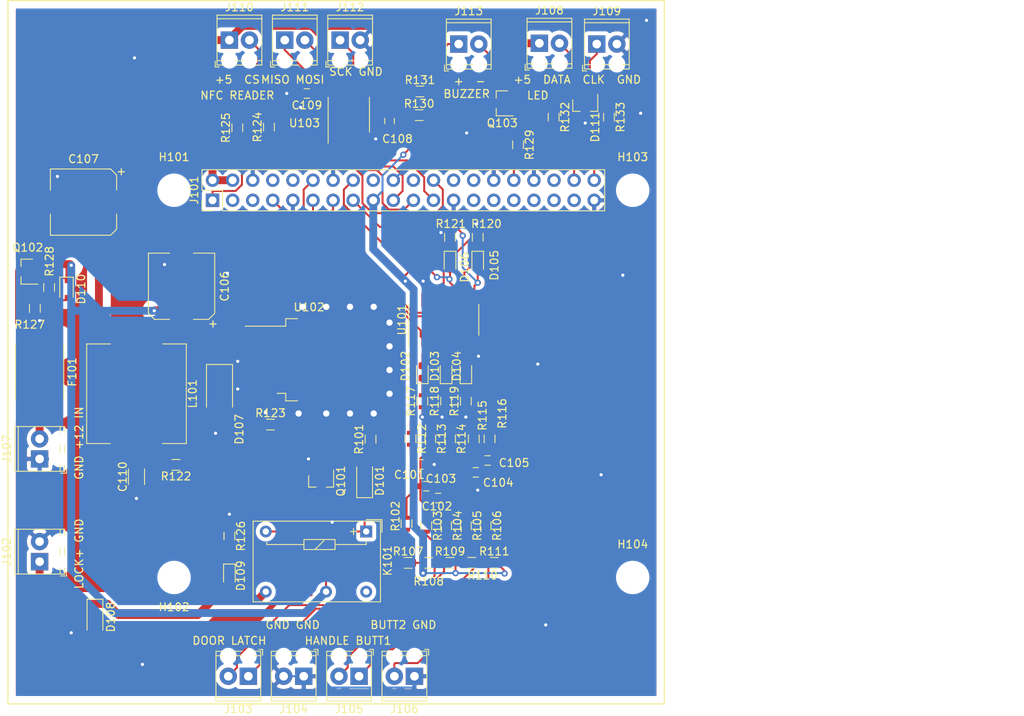
<source format=kicad_pcb>
(kicad_pcb (version 20171130) (host pcbnew "(5.1.2-1)-1")
  (layers (0 F.Cu signal) (31 B.Cu signal) (34 B.Paste user) (35 F.Paste user) (36 B.SilkS user) (37 F.SilkS user) (38 B.Mask user hide) (39 F.Mask user) (44 Edge.Cuts user))
  (net 0 "")
  (net 1 "Net-(D101-Pad2)")
  (net 2 +12V)
  (net 3 GND)
  (net 4 +3V3)
  (net 5 /RELAY)
  (net 6 +5V)
  (net 7 "Net-(Q101-Pad1)")
  (net 8 "Net-(C101-Pad2)")
  (net 9 "Net-(C102-Pad2)")
  (net 10 "Net-(C103-Pad2)")
  (net 11 "Net-(C104-Pad2)")
  (net 12 "Net-(C105-Pad2)")
  (net 13 "Net-(D102-Pad1)")
  (net 14 "Net-(D103-Pad1)")
  (net 15 "Net-(D104-Pad1)")
  (net 16 "Net-(D105-Pad1)")
  (net 17 "Net-(D106-Pad1)")
  (net 18 "Net-(R112-Pad1)")
  (net 19 "Net-(R113-Pad1)")
  (net 20 "Net-(R114-Pad1)")
  (net 21 "Net-(R115-Pad1)")
  (net 22 "Net-(R116-Pad1)")
  (net 23 /APA102_CLK)
  (net 24 /APA102_DATA)
  (net 25 "Net-(C109-Pad1)")
  (net 26 /DOOR)
  (net 27 /LATCH)
  (net 28 /HANDLE)
  (net 29 /B1)
  (net 30 /B2)
  (net 31 "Net-(D107-Pad1)")
  (net 32 "Net-(D109-Pad1)")
  (net 33 "Net-(F101-Pad1)")
  (net 34 /*CE0)
  (net 35 /SCK)
  (net 36 /MISO)
  (net 37 /MOSI)
  (net 38 /DOOR_SW)
  (net 39 /LATCH_SW)
  (net 40 /HANDLE_SW)
  (net 41 /BUTTON_1)
  (net 42 /BUTTON_2)
  (net 43 "Net-(R122-Pad1)")
  (net 44 "Net-(D110-Pad2)")
  (net 45 "Net-(J113-Pad1)")
  (net 46 "Net-(Q103-Pad1)")
  (net 47 /BUZZER)
  (net 48 /NFC_CS)
  (net 49 /NFC_MOSI)
  (net 50 /NFC_MISO)
  (net 51 /NFC_SCK)
  (net 52 /LOCK_SOLENOID)
  (net 53 /PWR_IN)
  (net 54 /LED_DATA)
  (net 55 /LED_CLK)
  (net 56 /BUZZ)
  (module Resistors_SMD:R_0603 (layer F.Cu) (at 146.9 88.95 270)
    (fp_text reference R121 (at -1.7 -0.1 180) (layer F.SilkS))
    (fp_text value 4k7)
    (pad 1 smd rect (at -0.75 0 270) (size 0.5 0.9) (layers F.Cu F.Paste F.Mask) (net 3 GND))
    (pad 2 smd rect (at 0.75 0 270) (size 0.5 0.9) (layers F.Cu F.Paste F.Mask) (net 17 "Net-(D106-Pad1)"))
  )
  (module Resistors_SMD:R_0603 (layer F.Cu) (at 150.4 88.95 270)
    (fp_text reference R120 (at -1.7 -1.1 180) (layer F.SilkS))
    (fp_text value 4k7)
    (pad 1 smd rect (at -0.75 0 270) (size 0.5 0.9) (layers F.Cu F.Paste F.Mask) (net 3 GND))
    (pad 2 smd rect (at 0.75 0 270) (size 0.5 0.9) (layers F.Cu F.Paste F.Mask) (net 16 "Net-(D105-Pad1)"))
  )
  (module Resistors_SMD:R_0603 (layer F.Cu) (at 148.9 109.7 90)
    (fp_text reference R119 (at 0 -1.45 90) (layer F.SilkS))
    (fp_text value 4k7)
    (pad 1 smd rect (at -0.75 0 90) (size 0.5 0.9) (layers F.Cu F.Paste F.Mask) (net 3 GND))
    (pad 2 smd rect (at 0.75 0 90) (size 0.5 0.9) (layers F.Cu F.Paste F.Mask) (net 15 "Net-(D104-Pad1)"))
  )
  (module Resistors_SMD:R_0603 (layer F.Cu) (at 146.4 109.7 90)
    (fp_text reference R118 (at 0 -1.45 90) (layer F.SilkS))
    (fp_text value 4k7)
    (pad 1 smd rect (at -0.75 0 90) (size 0.5 0.9) (layers F.Cu F.Paste F.Mask) (net 3 GND))
    (pad 2 smd rect (at 0.75 0 90) (size 0.5 0.9) (layers F.Cu F.Paste F.Mask) (net 14 "Net-(D103-Pad1)"))
  )
  (module Resistors_SMD:R_0603 (layer F.Cu) (at 143.4 109.7 90)
    (fp_text reference R117 (at 0 -1.45 90) (layer F.SilkS))
    (fp_text value 4k7)
    (pad 1 smd rect (at -0.75 0 90) (size 0.5 0.9) (layers F.Cu F.Paste F.Mask) (net 3 GND))
    (pad 2 smd rect (at 0.75 0 90) (size 0.5 0.9) (layers F.Cu F.Paste F.Mask) (net 13 "Net-(D102-Pad1)"))
  )
  (module Resistors_SMD:R_0603 (layer F.Cu) (at 151.9 114.45 270)
    (fp_text reference R116 (at -3.2 -1.6 90) (layer F.SilkS))
    (fp_text value 4k7)
    (pad 1 smd rect (at -0.75 0 270) (size 0.5 0.9) (layers F.Cu F.Paste F.Mask) (net 22 "Net-(R116-Pad1)"))
    (pad 2 smd rect (at 0.75 0 270) (size 0.5 0.9) (layers F.Cu F.Paste F.Mask) (net 12 "Net-(C105-Pad2)"))
  )
  (module Resistors_SMD:R_0603 (layer F.Cu) (at 149.9 114.45 270)
    (fp_text reference R115 (at -2.95 -1.1 90) (layer F.SilkS))
    (fp_text value 4k7)
    (pad 1 smd rect (at -0.75 0 270) (size 0.5 0.9) (layers F.Cu F.Paste F.Mask) (net 21 "Net-(R115-Pad1)"))
    (pad 2 smd rect (at 0.75 0 270) (size 0.5 0.9) (layers F.Cu F.Paste F.Mask) (net 11 "Net-(C104-Pad2)"))
  )
  (module Resistors_SMD:R_0603 (layer F.Cu) (at 146.9 114.45 270)
    (fp_text reference R114 (at 0 -1.45 90) (layer F.SilkS))
    (fp_text value 4k7)
    (pad 1 smd rect (at -0.75 0 270) (size 0.5 0.9) (layers F.Cu F.Paste F.Mask) (net 20 "Net-(R114-Pad1)"))
    (pad 2 smd rect (at 0.75 0 270) (size 0.5 0.9) (layers F.Cu F.Paste F.Mask) (net 10 "Net-(C103-Pad2)"))
  )
  (module Resistors_SMD:R_0603 (layer F.Cu) (at 144.4 114.45 270)
    (fp_text reference R113 (at 0 -1.45 90) (layer F.SilkS))
    (fp_text value 4k7)
    (pad 1 smd rect (at -0.75 0 270) (size 0.5 0.9) (layers F.Cu F.Paste F.Mask) (net 19 "Net-(R113-Pad1)"))
    (pad 2 smd rect (at 0.75 0 270) (size 0.5 0.9) (layers F.Cu F.Paste F.Mask) (net 9 "Net-(C102-Pad2)"))
  )
  (module Resistors_SMD:R_0603 (layer F.Cu) (at 141.9 114.45 270)
    (fp_text reference R112 (at 0 -1.45 90) (layer F.SilkS))
    (fp_text value 4k7)
    (pad 1 smd rect (at -0.75 0 270) (size 0.5 0.9) (layers F.Cu F.Paste F.Mask) (net 18 "Net-(R112-Pad1)"))
    (pad 2 smd rect (at 0.75 0 270) (size 0.5 0.9) (layers F.Cu F.Paste F.Mask) (net 8 "Net-(C101-Pad2)"))
  )
  (module Resistors_SMD:R_0603 (layer F.Cu) (at 152.5 130.15)
    (fp_text reference R111 (at 0 -1.45) (layer F.SilkS))
    (fp_text value 4k7)
    (pad 1 smd rect (at -0.75 0) (size 0.5 0.9) (layers F.Cu F.Paste F.Mask) (net 42 /BUTTON_2))
    (pad 2 smd rect (at 0.75 0) (size 0.5 0.9) (layers F.Cu F.Paste F.Mask) (net 4 +3V3))
  )
  (module Resistors_SMD:R_0603 (layer F.Cu) (at 149.65 130.15 180)
    (fp_text reference R110 (at -1.35 -1.6) (layer F.SilkS))
    (fp_text value 4k7)
    (pad 1 smd rect (at -0.75 0 180) (size 0.5 0.9) (layers F.Cu F.Paste F.Mask) (net 41 /BUTTON_1))
    (pad 2 smd rect (at 0.75 0 180) (size 0.5 0.9) (layers F.Cu F.Paste F.Mask) (net 4 +3V3))
  )
  (module Resistors_SMD:R_0603 (layer F.Cu) (at 146.9 130.15)
    (fp_text reference R109 (at 0 -1.45) (layer F.SilkS))
    (fp_text value 4k7)
    (pad 1 smd rect (at -0.75 0) (size 0.5 0.9) (layers F.Cu F.Paste F.Mask) (net 40 /HANDLE_SW))
    (pad 2 smd rect (at 0.75 0) (size 0.5 0.9) (layers F.Cu F.Paste F.Mask) (net 4 +3V3))
  )
  (module Resistors_SMD:R_0603 (layer F.Cu) (at 144.2 130.15 180)
    (fp_text reference R108 (at 0 -2.35) (layer F.SilkS))
    (fp_text value 4k7)
    (pad 1 smd rect (at -0.75 0 180) (size 0.5 0.9) (layers F.Cu F.Paste F.Mask) (net 39 /LATCH_SW))
    (pad 2 smd rect (at 0.75 0 180) (size 0.5 0.9) (layers F.Cu F.Paste F.Mask) (net 4 +3V3))
  )
  (module Resistors_SMD:R_0603 (layer F.Cu) (at 141.6 130.15)
    (fp_text reference R107 (at 0 -1.45) (layer F.SilkS))
    (fp_text value 4k7)
    (pad 1 smd rect (at -0.75 0) (size 0.5 0.9) (layers F.Cu F.Paste F.Mask) (net 38 /DOOR_SW))
    (pad 2 smd rect (at 0.75 0) (size 0.5 0.9) (layers F.Cu F.Paste F.Mask) (net 4 +3V3))
  )
  (module Resistors_SMD:R_0603 (layer F.Cu) (at 151.4 125.45 270)
    (fp_text reference R106 (at 0 -1.45 90) (layer F.SilkS))
    (fp_text value 10)
    (pad 1 smd rect (at -0.75 0 270) (size 0.5 0.9) (layers F.Cu F.Paste F.Mask) (net 12 "Net-(C105-Pad2)"))
    (pad 2 smd rect (at 0.75 0 270) (size 0.5 0.9) (layers F.Cu F.Paste F.Mask) (net 42 /BUTTON_2))
  )
  (module Resistors_SMD:R_0603 (layer F.Cu) (at 148.9 125.45 270)
    (fp_text reference R105 (at 0 -1.45 90) (layer F.SilkS))
    (fp_text value 10)
    (pad 1 smd rect (at -0.75 0 270) (size 0.5 0.9) (layers F.Cu F.Paste F.Mask) (net 11 "Net-(C104-Pad2)"))
    (pad 2 smd rect (at 0.75 0 270) (size 0.5 0.9) (layers F.Cu F.Paste F.Mask) (net 41 /BUTTON_1))
  )
  (module Resistors_SMD:R_0603 (layer F.Cu) (at 146.4 125.45 270)
    (fp_text reference R104 (at 0 -1.45 90) (layer F.SilkS))
    (fp_text value 10)
    (pad 1 smd rect (at -0.75 0 270) (size 0.5 0.9) (layers F.Cu F.Paste F.Mask) (net 10 "Net-(C103-Pad2)"))
    (pad 2 smd rect (at 0.75 0 270) (size 0.5 0.9) (layers F.Cu F.Paste F.Mask) (net 40 /HANDLE_SW))
  )
  (module Resistors_SMD:R_0603 (layer F.Cu) (at 143.9 125.45 270)
    (fp_text reference R103 (at 0 -1.45 90) (layer F.SilkS))
    (fp_text value 10)
    (pad 1 smd rect (at -0.75 0 270) (size 0.5 0.9) (layers F.Cu F.Paste F.Mask) (net 9 "Net-(C102-Pad2)"))
    (pad 2 smd rect (at 0.75 0 270) (size 0.5 0.9) (layers F.Cu F.Paste F.Mask) (net 39 /LATCH_SW))
  )
  (module Resistors_SMD:R_0603 (layer F.Cu) (at 141.4 125.2 270)
    (fp_text reference R102 (at -0.95 1.4 90) (layer F.SilkS))
    (fp_text value 10)
    (pad 1 smd rect (at -0.75 0 270) (size 0.5 0.9) (layers F.Cu F.Paste F.Mask) (net 8 "Net-(C101-Pad2)"))
    (pad 2 smd rect (at 0.75 0 270) (size 0.5 0.9) (layers F.Cu F.Paste F.Mask) (net 38 /DOOR_SW))
  )
  (module TerminalBlock_Phoenix:TerminalBlock_Phoenix_MPT-0,5-2-2.54_1x02_P2.54mm_Horizontal (layer F.Cu) (at 142.4 144.5 180)
    (fp_text reference J106 (at 1.27 -4.16) (layer F.SilkS))
    (fp_text value Screw_Terminal_01x02)
    (pad "" np_thru_hole circle (at 2.54 2.54 180) (size 1.1 1.1) (drill 1.1) (layers *.Cu *.Mask))
    (pad 2 thru_hole circle (at 2.54 0 180) (size 2.2 2.2) (drill 1.1) (layers *.Cu *.Mask) (net 42 /BUTTON_2))
    (pad "" np_thru_hole circle (at 0 2.54 180) (size 1.1 1.1) (drill 1.1) (layers *.Cu *.Mask))
    (pad 1 thru_hole rect (at 0 0 180) (size 2.2 2.2) (drill 1.1) (layers *.Cu *.Mask) (net 3 GND))
  )
  (module TerminalBlock_Phoenix:TerminalBlock_Phoenix_MPT-0,5-2-2.54_1x02_P2.54mm_Horizontal (layer F.Cu) (at 135.4 144.5 180)
    (fp_text reference J105 (at 1.27 -4.16) (layer F.SilkS))
    (fp_text value Screw_Terminal_01x02)
    (pad "" np_thru_hole circle (at 2.54 2.54 180) (size 1.1 1.1) (drill 1.1) (layers *.Cu *.Mask))
    (pad 2 thru_hole circle (at 2.54 0 180) (size 2.2 2.2) (drill 1.1) (layers *.Cu *.Mask) (net 40 /HANDLE_SW))
    (pad "" np_thru_hole circle (at 0 2.54 180) (size 1.1 1.1) (drill 1.1) (layers *.Cu *.Mask))
    (pad 1 thru_hole rect (at 0 0 180) (size 2.2 2.2) (drill 1.1) (layers *.Cu *.Mask) (net 41 /BUTTON_1))
  )
  (module TerminalBlock_Phoenix:TerminalBlock_Phoenix_MPT-0,5-2-2.54_1x02_P2.54mm_Horizontal (layer F.Cu) (at 128.4 144.5 180)
    (fp_text reference J104 (at 1.27 -4.16) (layer F.SilkS))
    (fp_text value Screw_Terminal_01x02)
    (pad "" np_thru_hole circle (at 2.54 2.54 180) (size 1.1 1.1) (drill 1.1) (layers *.Cu *.Mask))
    (pad 2 thru_hole circle (at 2.54 0 180) (size 2.2 2.2) (drill 1.1) (layers *.Cu *.Mask) (net 3 GND))
    (pad "" np_thru_hole circle (at 0 2.54 180) (size 1.1 1.1) (drill 1.1) (layers *.Cu *.Mask))
    (pad 1 thru_hole rect (at 0 0 180) (size 2.2 2.2) (drill 1.1) (layers *.Cu *.Mask) (net 3 GND))
  )
  (module TerminalBlock_Phoenix:TerminalBlock_Phoenix_MPT-0,5-2-2.54_1x02_P2.54mm_Horizontal (layer F.Cu) (at 121.4 144.5 180)
    (fp_text reference J103 (at 1.27 -4.16) (layer F.SilkS))
    (fp_text value Screw_Terminal_01x02)
    (pad "" np_thru_hole circle (at 2.54 2.54 180) (size 1.1 1.1) (drill 1.1) (layers *.Cu *.Mask))
    (pad 2 thru_hole circle (at 2.54 0 180) (size 2.2 2.2) (drill 1.1) (layers *.Cu *.Mask) (net 38 /DOOR_SW))
    (pad "" np_thru_hole circle (at 0 2.54 180) (size 1.1 1.1) (drill 1.1) (layers *.Cu *.Mask))
    (pad 1 thru_hole rect (at 0 0 180) (size 2.2 2.2) (drill 1.1) (layers *.Cu *.Mask) (net 39 /LATCH_SW))
  )
  (module Diode_SMD:D_0603_1608Metric (layer F.Cu) (at 146.9 92.2 270)
    (fp_text reference D106 (at 0.55 -1.85 90) (layer F.SilkS))
    (fp_text value LED)
    (pad 2 smd roundrect (at 0.7875 0 270) (size 0.875 0.95) (layers F.Cu F.Paste F.Mask) (net 30 /B2))
    (pad 1 smd roundrect (at -0.7875 0 270) (size 0.875 0.95) (layers F.Cu F.Paste F.Mask) (net 17 "Net-(D106-Pad1)"))
  )
  (module Diode_SMD:D_0603_1608Metric (layer F.Cu) (at 150.4 92.2 270)
    (fp_text reference D105 (at 0.3 -2.1 90) (layer F.SilkS))
    (fp_text value LED)
    (pad 2 smd roundrect (at 0.7875 0 270) (size 0.875 0.95) (layers F.Cu F.Paste F.Mask) (net 29 /B1))
    (pad 1 smd roundrect (at -0.7875 0 270) (size 0.875 0.95) (layers F.Cu F.Paste F.Mask) (net 16 "Net-(D105-Pad1)"))
  )
  (module Diode_SMD:D_0603_1608Metric (layer F.Cu) (at 148.9 105.9875 90)
    (fp_text reference D104 (at 0.7375 -1.15 90) (layer F.SilkS))
    (fp_text value LED)
    (pad 2 smd roundrect (at 0.7875 0 90) (size 0.875 0.95) (layers F.Cu F.Paste F.Mask) (net 28 /HANDLE))
    (pad 1 smd roundrect (at -0.7875 0 90) (size 0.875 0.95) (layers F.Cu F.Paste F.Mask) (net 15 "Net-(D104-Pad1)"))
  )
  (module Diode_SMD:D_0603_1608Metric (layer F.Cu) (at 146.4 105.9875 90)
    (fp_text reference D103 (at 0.7375 -1.43 90) (layer F.SilkS))
    (fp_text value LED)
    (pad 2 smd roundrect (at 0.7875 0 90) (size 0.875 0.95) (layers F.Cu F.Paste F.Mask) (net 27 /LATCH))
    (pad 1 smd roundrect (at -0.7875 0 90) (size 0.875 0.95) (layers F.Cu F.Paste F.Mask) (net 14 "Net-(D103-Pad1)"))
  )
  (module Diode_SMD:D_0603_1608Metric (layer F.Cu) (at 143.4 105.9875 90)
    (fp_text reference D102 (at 0.7375 -2.15 90) (layer F.SilkS))
    (fp_text value LED)
    (pad 2 smd roundrect (at 0.7875 0 90) (size 0.875 0.95) (layers F.Cu F.Paste F.Mask) (net 26 /DOOR))
    (pad 1 smd roundrect (at -0.7875 0 90) (size 0.875 0.95) (layers F.Cu F.Paste F.Mask) (net 13 "Net-(D102-Pad1)"))
  )
  (module Capacitors_SMD:C_0603 (layer F.Cu) (at 151.65 117.2)
    (fp_text reference C105 (at 3.35 0.3) (layer F.SilkS))
    (fp_text value 100n)
    (pad 2 smd rect (at 0.75 0) (size 0.8 0.75) (layers F.Cu F.Paste F.Mask) (net 12 "Net-(C105-Pad2)"))
    (pad 1 smd rect (at -0.75 0) (size 0.8 0.75) (layers F.Cu F.Paste F.Mask) (net 3 GND))
  )
  (module Capacitors_SMD:C_0603 (layer F.Cu) (at 150.15 118.7 180)
    (fp_text reference C104 (at -2.85 -1.3) (layer F.SilkS))
    (fp_text value 100n)
    (pad 2 smd rect (at 0.75 0 180) (size 0.8 0.75) (layers F.Cu F.Paste F.Mask) (net 11 "Net-(C104-Pad2)"))
    (pad 1 smd rect (at -0.75 0 180) (size 0.8 0.75) (layers F.Cu F.Paste F.Mask) (net 3 GND))
  )
  (module Capacitors_SMD:C_0603 (layer F.Cu) (at 145.4 121.95)
    (fp_text reference C103 (at 0.35 -2.45) (layer F.SilkS))
    (fp_text value 100n)
    (pad 2 smd rect (at 0.75 0) (size 0.8 0.75) (layers F.Cu F.Paste F.Mask) (net 10 "Net-(C103-Pad2)"))
    (pad 1 smd rect (at -0.75 0) (size 0.8 0.75) (layers F.Cu F.Paste F.Mask) (net 3 GND))
  )
  (module Capacitors_SMD:C_0603 (layer F.Cu) (at 143.9 120.45 180)
    (fp_text reference C102 (at -1.35 -2.55) (layer F.SilkS))
    (fp_text value 100n)
    (pad 2 smd rect (at 0.75 0 180) (size 0.8 0.75) (layers F.Cu F.Paste F.Mask) (net 9 "Net-(C102-Pad2)"))
    (pad 1 smd rect (at -0.75 0 180) (size 0.8 0.75) (layers F.Cu F.Paste F.Mask) (net 3 GND))
  )
  (module Capacitors_SMD:C_0603 (layer F.Cu) (at 143.15 117.7 180)
    (fp_text reference C101 (at 1.4 -1.3) (layer F.SilkS))
    (fp_text value 100n)
    (pad 2 smd rect (at 0.75 0 180) (size 0.8 0.75) (layers F.Cu F.Paste F.Mask) (net 8 "Net-(C101-Pad2)"))
    (pad 1 smd rect (at -0.75 0 180) (size 0.8 0.75) (layers F.Cu F.Paste F.Mask) (net 3 GND))
  )
  (module TerminalBlock_Phoenix:TerminalBlock_Phoenix_MPT-0,5-2-2.54_1x02_P2.54mm_Horizontal (layer F.Cu) (at 95 130 90)
    (fp_text reference J102 (at 1.27 -4.16 90) (layer F.SilkS))
    (fp_text value Screw_Terminal_01x02)
    (pad "" np_thru_hole circle (at 2.54 2.54 90) (size 1.1 1.1) (drill 1.1) (layers *.Cu *.Mask))
    (pad 2 thru_hole circle (at 2.54 0 90) (size 2.2 2.2) (drill 1.1) (layers *.Cu *.Mask) (net 3 GND))
    (pad "" np_thru_hole circle (at 0 2.54 90) (size 1.1 1.1) (drill 1.1) (layers *.Cu *.Mask))
    (pad 1 thru_hole rect (at 0 0 90) (size 2.2 2.2) (drill 1.1) (layers *.Cu *.Mask) (net 52 /LOCK_SOLENOID))
  )
  (module Pin_Headers:Pin_Header_Straight_2x20_Pitch2.54mm (layer F.Cu) (at 116.87 84.27 90)
    (fp_text reference J101 (at 1.27 -2.33 90) (layer F.SilkS))
    (fp_text value Raspberry_Pi_2_3)
    (pad 40 thru_hole oval (at 2.54 48.26 90) (size 1.7 1.7) (drill 1) (layers *.Cu *.Mask) (net 23 /APA102_CLK))
    (pad 39 thru_hole oval (at 0 48.26 90) (size 1.7 1.7) (drill 1) (layers *.Cu *.Mask) (net 3 GND))
    (pad 38 thru_hole oval (at 2.54 45.72 90) (size 1.7 1.7) (drill 1) (layers *.Cu *.Mask) (net 24 /APA102_DATA))
    (pad 37 thru_hole oval (at 0 45.72 90) (size 1.7 1.7) (drill 1) (layers *.Cu *.Mask))
    (pad 36 thru_hole oval (at 2.54 43.18 90) (size 1.7 1.7) (drill 1) (layers *.Cu *.Mask))
    (pad 35 thru_hole oval (at 0 43.18 90) (size 1.7 1.7) (drill 1) (layers *.Cu *.Mask))
    (pad 34 thru_hole oval (at 2.54 40.64 90) (size 1.7 1.7) (drill 1) (layers *.Cu *.Mask) (net 3 GND))
    (pad 33 thru_hole oval (at 0 40.64 90) (size 1.7 1.7) (drill 1) (layers *.Cu *.Mask))
    (pad 32 thru_hole oval (at 2.54 38.1 90) (size 1.7 1.7) (drill 1) (layers *.Cu *.Mask) (net 47 /BUZZER))
    (pad 31 thru_hole oval (at 0 38.1 90) (size 1.7 1.7) (drill 1) (layers *.Cu *.Mask))
    (pad 30 thru_hole oval (at 2.54 35.56 90) (size 1.7 1.7) (drill 1) (layers *.Cu *.Mask) (net 3 GND))
    (pad 29 thru_hole oval (at 0 35.56 90) (size 1.7 1.7) (drill 1) (layers *.Cu *.Mask))
    (pad 28 thru_hole oval (at 2.54 33.02 90) (size 1.7 1.7) (drill 1) (layers *.Cu *.Mask))
    (pad 27 thru_hole oval (at 0 33.02 90) (size 1.7 1.7) (drill 1) (layers *.Cu *.Mask))
    (pad 26 thru_hole oval (at 2.54 30.48 90) (size 1.7 1.7) (drill 1) (layers *.Cu *.Mask))
    (pad 25 thru_hole oval (at 0 30.48 90) (size 1.7 1.7) (drill 1) (layers *.Cu *.Mask) (net 3 GND))
    (pad 24 thru_hole oval (at 2.54 27.94 90) (size 1.7 1.7) (drill 1) (layers *.Cu *.Mask) (net 34 /*CE0))
    (pad 23 thru_hole oval (at 0 27.94 90) (size 1.7 1.7) (drill 1) (layers *.Cu *.Mask) (net 35 /SCK))
    (pad 22 thru_hole oval (at 2.54 25.4 90) (size 1.7 1.7) (drill 1) (layers *.Cu *.Mask))
    (pad 21 thru_hole oval (at 0 25.4 90) (size 1.7 1.7) (drill 1) (layers *.Cu *.Mask) (net 36 /MISO))
    (pad 20 thru_hole oval (at 2.54 22.86 90) (size 1.7 1.7) (drill 1) (layers *.Cu *.Mask) (net 3 GND))
    (pad 19 thru_hole oval (at 0 22.86 90) (size 1.7 1.7) (drill 1) (layers *.Cu *.Mask) (net 37 /MOSI))
    (pad 18 thru_hole oval (at 2.54 20.32 90) (size 1.7 1.7) (drill 1) (layers *.Cu *.Mask))
    (pad 17 thru_hole oval (at 0 20.32 90) (size 1.7 1.7) (drill 1) (layers *.Cu *.Mask) (net 4 +3V3))
    (pad 16 thru_hole oval (at 2.54 17.78 90) (size 1.7 1.7) (drill 1) (layers *.Cu *.Mask) (net 30 /B2))
    (pad 15 thru_hole oval (at 0 17.78 90) (size 1.7 1.7) (drill 1) (layers *.Cu *.Mask) (net 29 /B1))
    (pad 14 thru_hole oval (at 2.54 15.24 90) (size 1.7 1.7) (drill 1) (layers *.Cu *.Mask) (net 3 GND))
    (pad 13 thru_hole oval (at 0 15.24 90) (size 1.7 1.7) (drill 1) (layers *.Cu *.Mask) (net 28 /HANDLE))
    (pad 12 thru_hole oval (at 2.54 12.7 90) (size 1.7 1.7) (drill 1) (layers *.Cu *.Mask) (net 26 /DOOR))
    (pad 11 thru_hole oval (at 0 12.7 90) (size 1.7 1.7) (drill 1) (layers *.Cu *.Mask) (net 27 /LATCH))
    (pad 10 thru_hole oval (at 2.54 10.16 90) (size 1.7 1.7) (drill 1) (layers *.Cu *.Mask))
    (pad 9 thru_hole oval (at 0 10.16 90) (size 1.7 1.7) (drill 1) (layers *.Cu *.Mask) (net 3 GND))
    (pad 8 thru_hole oval (at 2.54 7.62 90) (size 1.7 1.7) (drill 1) (layers *.Cu *.Mask))
    (pad 7 thru_hole oval (at 0 7.62 90) (size 1.7 1.7) (drill 1) (layers *.Cu *.Mask) (net 5 /RELAY))
    (pad 6 thru_hole oval (at 2.54 5.08 90) (size 1.7 1.7) (drill 1) (layers *.Cu *.Mask) (net 3 GND))
    (pad 5 thru_hole oval (at 0 5.08 90) (size 1.7 1.7) (drill 1) (layers *.Cu *.Mask))
    (pad 4 thru_hole oval (at 2.54 2.54 90) (size 1.7 1.7) (drill 1) (layers *.Cu *.Mask) (net 6 +5V))
    (pad 3 thru_hole oval (at 0 2.54 90) (size 1.7 1.7) (drill 1) (layers *.Cu *.Mask))
    (pad 2 thru_hole oval (at 2.54 0 90) (size 1.7 1.7) (drill 1) (layers *.Cu *.Mask) (net 6 +5V))
    (pad 1 thru_hole rect (at 0 0 90) (size 1.7 1.7) (drill 1) (layers *.Cu *.Mask) (net 4 +3V3))
  )
  (module Relay_THT:Relay_SPDT_Omron_G6E (layer F.Cu) (at 136.3 126.18 270)
    (fp_text reference K101 (at 3.7 -2.7 270) (layer F.SilkS))
    (fp_text value G6E)
    (pad 1 thru_hole rect (at 0 0 180) (size 1.50114 1.50114) (drill 0.8001) (layers *.Cu *.Mask) (net 2 +12V))
    (pad 12 thru_hole circle (at 7.62 0 180) (size 1.50114 1.50114) (drill 0.8001) (layers *.Cu *.Mask))
    (pad 10 thru_hole circle (at 7.62 5.08 180) (size 1.50114 1.50114) (drill 0.8001) (layers *.Cu *.Mask) (net 2 +12V))
    (pad 6 thru_hole circle (at 0 12.7 180) (size 1.50114 1.50114) (drill 0.8001) (layers *.Cu *.Mask) (net 1 "Net-(D101-Pad2)"))
    (pad 7 thru_hole circle (at 7.62 12.7 180) (size 1.50114 1.50114) (drill 0.8001) (layers *.Cu *.Mask) (net 52 /LOCK_SOLENOID))
  )
  (module Package_TO_SOT_SMD:SOT-23 (layer F.Cu) (at 130.6 119.8 270)
    (fp_text reference Q101 (at 0 -2.5 90) (layer F.SilkS))
    (fp_text value MMBT3904)
    (pad 1 smd rect (at -1 -0.95 270) (size 0.9 0.8) (layers F.Cu F.Paste F.Mask) (net 7 "Net-(Q101-Pad1)"))
    (pad 2 smd rect (at -1 0.95 270) (size 0.9 0.8) (layers F.Cu F.Paste F.Mask) (net 3 GND))
    (pad 3 smd rect (at 1 0 270) (size 0.9 0.8) (layers F.Cu F.Paste F.Mask) (net 1 "Net-(D101-Pad2)"))
  )
  (module Resistors_SMD:R_0603 (layer F.Cu) (at 136.85 114.5 90)
    (fp_text reference R101 (at 0 -1.45 90) (layer F.SilkS))
    (fp_text value 2k21)
    (pad 2 smd rect (at 0.75 0 90) (size 0.5 0.9) (layers F.Cu F.Paste F.Mask) (net 5 /RELAY))
    (pad 1 smd rect (at -0.75 0 90) (size 0.5 0.9) (layers F.Cu F.Paste F.Mask) (net 7 "Net-(Q101-Pad1)"))
  )
  (module Capacitors_SMD:C_0603 (layer F.Cu) (at 139.25 74.25 270)
    (fp_text reference C108 (at 2.25 -1 180) (layer F.SilkS))
    (fp_text value 100n)
    (pad 1 smd rect (at -0.75 0 270) (size 0.8 0.75) (layers F.Cu F.Paste F.Mask) (net 4 +3V3))
    (pad 2 smd rect (at 0.75 0 270) (size 0.8 0.75) (layers F.Cu F.Paste F.Mask) (net 3 GND))
  )
  (module Diode_SMD:D_0603_1608Metric (layer F.Cu) (at 119 131.7875 270)
    (fp_text reference D109 (at 0 -1.43 90) (layer F.SilkS))
    (fp_text value LED_OPEN)
    (pad 1 smd roundrect (at -0.7875 0 270) (size 0.875 0.95) (layers F.Cu F.Paste F.Mask) (net 32 "Net-(D109-Pad1)"))
    (pad 2 smd roundrect (at 0.7875 0 270) (size 0.875 0.95) (layers F.Cu F.Paste F.Mask) (net 52 /LOCK_SOLENOID))
  )
  (module Fuse_Holders_and_Fuses:Fuse_SMD2920 (layer F.Cu) (at 95 106 270)
    (fp_text reference F101 (at 0 -4.13 90) (layer F.SilkS))
    (fp_text value "Polyfuse 1.5A")
    (pad 2 smd rect (at 3.7 0) (size 5.6 2.3) (layers F.Cu F.Paste F.Mask) (net 53 /PWR_IN))
    (pad 1 smd rect (at -3.7 0) (size 5.6 2.3) (layers F.Cu F.Paste F.Mask) (net 33 "Net-(F101-Pad1)"))
  )
  (module TerminalBlock_Phoenix:TerminalBlock_Phoenix_MPT-0,5-2-2.54_1x02_P2.54mm_Horizontal (layer F.Cu) (at 95 117 90)
    (fp_text reference J107 (at 1.27 -4.16 90) (layer F.SilkS))
    (fp_text value Screw_Terminal_01x02)
    (pad "" np_thru_hole circle (at 2.54 2.54 90) (size 1.1 1.1) (drill 1.1) (layers *.Cu *.Mask))
    (pad 2 thru_hole circle (at 2.54 0 90) (size 2.2 2.2) (drill 1.1) (layers *.Cu *.Mask) (net 53 /PWR_IN))
    (pad "" np_thru_hole circle (at 0 2.54 90) (size 1.1 1.1) (drill 1.1) (layers *.Cu *.Mask))
    (pad 1 thru_hole rect (at 0 0 90) (size 2.2 2.2) (drill 1.1) (layers *.Cu *.Mask) (net 3 GND))
  )
  (module TerminalBlock_Phoenix:TerminalBlock_Phoenix_MPT-0,5-2-2.54_1x02_P2.54mm_Horizontal (layer F.Cu) (at 158.2 64.4)
    (fp_text reference J108 (at 1.27 -4.16) (layer F.SilkS))
    (fp_text value Screw_Terminal_01x02)
    (pad "" np_thru_hole circle (at 2.54 2.54) (size 1.1 1.1) (drill 1.1) (layers *.Cu *.Mask))
    (pad 2 thru_hole circle (at 2.54 0) (size 2.2 2.2) (drill 1.1) (layers *.Cu *.Mask) (net 54 /LED_DATA))
    (pad "" np_thru_hole circle (at 0 2.54) (size 1.1 1.1) (drill 1.1) (layers *.Cu *.Mask))
    (pad 1 thru_hole rect (at 0 0) (size 2.2 2.2) (drill 1.1) (layers *.Cu *.Mask) (net 6 +5V))
  )
  (module TerminalBlock_Phoenix:TerminalBlock_Phoenix_MPT-0,5-2-2.54_1x02_P2.54mm_Horizontal (layer F.Cu) (at 165.46 64.5)
    (fp_text reference J109 (at 1.27 -4.16) (layer F.SilkS))
    (fp_text value Screw_Terminal_01x02)
    (pad 1 thru_hole rect (at 0 0) (size 2.2 2.2) (drill 1.1) (layers *.Cu *.Mask) (net 55 /LED_CLK))
    (pad "" np_thru_hole circle (at 0 2.54) (size 1.1 1.1) (drill 1.1) (layers *.Cu *.Mask))
    (pad 2 thru_hole circle (at 2.54 0) (size 2.2 2.2) (drill 1.1) (layers *.Cu *.Mask) (net 3 GND))
    (pad "" np_thru_hole circle (at 2.54 2.54) (size 1.1 1.1) (drill 1.1) (layers *.Cu *.Mask))
  )
  (module TerminalBlock_Phoenix:TerminalBlock_Phoenix_MPT-0,5-2-2.54_1x02_P2.54mm_Horizontal (layer F.Cu) (at 119 64)
    (fp_text reference J110 (at 1.27 -4.16) (layer F.SilkS))
    (fp_text value Screw_Terminal_01x02)
    (pad 1 thru_hole rect (at 0 0) (size 2.2 2.2) (drill 1.1) (layers *.Cu *.Mask) (net 6 +5V))
    (pad "" np_thru_hole circle (at 0 2.54) (size 1.1 1.1) (drill 1.1) (layers *.Cu *.Mask))
    (pad 2 thru_hole circle (at 2.54 0) (size 2.2 2.2) (drill 1.1) (layers *.Cu *.Mask) (net 48 /NFC_CS))
    (pad "" np_thru_hole circle (at 2.54 2.54) (size 1.1 1.1) (drill 1.1) (layers *.Cu *.Mask))
  )
  (module TerminalBlock_Phoenix:TerminalBlock_Phoenix_MPT-0,5-2-2.54_1x02_P2.54mm_Horizontal (layer F.Cu) (at 126 64)
    (fp_text reference J111 (at 1.27 -4.16) (layer F.SilkS))
    (fp_text value Screw_Terminal_01x02)
    (pad "" np_thru_hole circle (at 2.54 2.54) (size 1.1 1.1) (drill 1.1) (layers *.Cu *.Mask))
    (pad 2 thru_hole circle (at 2.54 0) (size 2.2 2.2) (drill 1.1) (layers *.Cu *.Mask) (net 49 /NFC_MOSI))
    (pad "" np_thru_hole circle (at 0 2.54) (size 1.1 1.1) (drill 1.1) (layers *.Cu *.Mask))
    (pad 1 thru_hole rect (at 0 0) (size 2.2 2.2) (drill 1.1) (layers *.Cu *.Mask) (net 50 /NFC_MISO))
  )
  (module TerminalBlock_Phoenix:TerminalBlock_Phoenix_MPT-0,5-2-2.54_1x02_P2.54mm_Horizontal (layer F.Cu) (at 133 64)
    (fp_text reference J112 (at 1.27 -4.16) (layer F.SilkS))
    (fp_text value Screw_Terminal_01x02)
    (pad 1 thru_hole rect (at 0 0) (size 2.2 2.2) (drill 1.1) (layers *.Cu *.Mask) (net 51 /NFC_SCK))
    (pad "" np_thru_hole circle (at 0 2.54) (size 1.1 1.1) (drill 1.1) (layers *.Cu *.Mask))
    (pad 2 thru_hole circle (at 2.54 0) (size 2.2 2.2) (drill 1.1) (layers *.Cu *.Mask) (net 3 GND))
    (pad "" np_thru_hole circle (at 2.54 2.54) (size 1.1 1.1) (drill 1.1) (layers *.Cu *.Mask))
  )
  (module Package_TO_SOT_SMD:SOT-23 (layer F.Cu) (at 93.4 93.3 180)
    (fp_text reference Q102 (at -0.1 3.05) (layer F.SilkS))
    (fp_text value AO2300)
    (pad 1 smd rect (at -1 -0.95 180) (size 0.9 0.8) (layers F.Cu F.Paste F.Mask) (net 44 "Net-(D110-Pad2)"))
    (pad 2 smd rect (at -1 0.95 180) (size 0.9 0.8) (layers F.Cu F.Paste F.Mask) (net 2 +12V))
    (pad 3 smd rect (at 1 0 180) (size 0.9 0.8) (layers F.Cu F.Paste F.Mask) (net 33 "Net-(F101-Pad1)"))
  )
  (module Resistors_SMD:R_0603 (layer F.Cu) (at 112.25 117.75 180)
    (fp_text reference R122 (at 0 -1.45) (layer F.SilkS))
    (fp_text value 10R)
    (pad 2 smd rect (at 0.75 0 180) (size 0.5 0.9) (layers F.Cu F.Paste F.Mask) (net 6 +5V))
    (pad 1 smd rect (at -0.75 0 180) (size 0.5 0.9) (layers F.Cu F.Paste F.Mask) (net 43 "Net-(R122-Pad1)"))
  )
  (module Resistors_SMD:R_0603 (layer F.Cu) (at 124.2 112.65)
    (fp_text reference R123 (at 0 -1.45) (layer F.SilkS))
    (fp_text value DNI)
    (pad 1 smd rect (at -0.75 0) (size 0.5 0.9) (layers F.Cu F.Paste F.Mask) (net 3 GND))
    (pad 2 smd rect (at 0.75 0) (size 0.5 0.9) (layers F.Cu F.Paste F.Mask) (net 43 "Net-(R122-Pad1)"))
  )
  (module Resistors_SMD:R_0603 (layer F.Cu) (at 119 126.75 270)
    (fp_text reference R126 (at 0 -1.45 90) (layer F.SilkS))
    (fp_text value 10k)
    (pad 2 smd rect (at 0.75 0 270) (size 0.5 0.9) (layers F.Cu F.Paste F.Mask) (net 32 "Net-(D109-Pad1)"))
    (pad 1 smd rect (at -0.75 0 270) (size 0.5 0.9) (layers F.Cu F.Paste F.Mask) (net 3 GND))
  )
  (module Package_TO_SOT_SMD:TO-263-5_TabPin3 (layer F.Cu) (at 129.075 104.45)
    (fp_text reference U102 (at 0 -6.65) (layer F.SilkS))
    (fp_text value LM2596S-5.0)
    (pad 1 smd rect (at -5.775 -3.4) (size 4.6 1.1) (layers F.Cu F.Paste F.Mask) (net 2 +12V))
    (pad 2 smd rect (at -5.775 -1.7) (size 4.6 1.1) (layers F.Cu F.Paste F.Mask) (net 31 "Net-(D107-Pad1)"))
    (pad 3 smd rect (at -5.775 0) (size 4.6 1.1) (layers F.Cu F.Paste F.Mask) (net 3 GND))
    (pad 4 smd rect (at -5.775 1.7) (size 4.6 1.1) (layers F.Cu F.Paste F.Mask) (net 43 "Net-(R122-Pad1)"))
    (pad 5 smd rect (at -5.775 3.4) (size 4.6 1.1) (layers F.Cu F.Paste F.Mask) (net 3 GND))
    (pad 3 smd rect (at 3.375 0) (size 9.4 10.8) (layers F.Cu F.Mask) (net 3 GND))
  )
  (module Resistors_SMD:R_0603 (layer F.Cu) (at 94.4 97.95 90)
    (fp_text reference R127 (at -2.05 -0.65 180) (layer F.SilkS))
    (fp_text value 4k7)
    (pad 2 smd rect (at 0.75 0 90) (size 0.5 0.9) (layers F.Cu F.Paste F.Mask) (net 44 "Net-(D110-Pad2)"))
    (pad 1 smd rect (at -0.75 0 90) (size 0.5 0.9) (layers F.Cu F.Paste F.Mask) (net 3 GND))
  )
  (module Resistors_SMD:R_0603 (layer F.Cu) (at 96.2 95.3 90)
    (fp_text reference R128 (at 3.3 0.05 270) (layer F.SilkS))
    (fp_text value 1M)
    (pad 2 smd rect (at 0.75 0 90) (size 0.5 0.9) (layers F.Cu F.Paste F.Mask) (net 2 +12V))
    (pad 1 smd rect (at -0.75 0 90) (size 0.5 0.9) (layers F.Cu F.Paste F.Mask) (net 44 "Net-(D110-Pad2)"))
  )
  (module TerminalBlock_Phoenix:TerminalBlock_Phoenix_MPT-0,5-2-2.54_1x02_P2.54mm_Horizontal (layer F.Cu) (at 148 64.5)
    (fp_text reference J113 (at 1.27 -4.16) (layer F.SilkS))
    (fp_text value BUZZER)
    (pad 1 thru_hole rect (at 0 0) (size 2.2 2.2) (drill 1.1) (layers *.Cu *.Mask) (net 45 "Net-(J113-Pad1)"))
    (pad "" np_thru_hole circle (at 0 2.54) (size 1.1 1.1) (drill 1.1) (layers *.Cu *.Mask))
    (pad 2 thru_hole circle (at 2.54 0) (size 2.2 2.2) (drill 1.1) (layers *.Cu *.Mask) (net 56 /BUZZ))
    (pad "" np_thru_hole circle (at 2.54 2.54) (size 1.1 1.1) (drill 1.1) (layers *.Cu *.Mask))
  )
  (module Package_TO_SOT_SMD:SOT-23 (layer F.Cu) (at 153.5 72 180)
    (fp_text reference Q103 (at 0 -2.5) (layer F.SilkS))
    (fp_text value MMBT3904)
    (pad 1 smd rect (at -1 -0.95 180) (size 0.9 0.8) (layers F.Cu F.Paste F.Mask) (net 46 "Net-(Q103-Pad1)"))
    (pad 2 smd rect (at -1 0.95 180) (size 0.9 0.8) (layers F.Cu F.Paste F.Mask) (net 3 GND))
    (pad 3 smd rect (at 1 0 180) (size 0.9 0.8) (layers F.Cu F.Paste F.Mask) (net 56 /BUZZ))
  )
  (module Resistors_SMD:R_0603 (layer F.Cu) (at 155.5 77.25 270)
    (fp_text reference R129 (at 0 -1.45 90) (layer F.SilkS))
    (fp_text value 2k21)
    (pad 2 smd rect (at 0.75 0 270) (size 0.5 0.9) (layers F.Cu F.Paste F.Mask) (net 47 /BUZZER))
    (pad 1 smd rect (at -0.75 0 270) (size 0.5 0.9) (layers F.Cu F.Paste F.Mask) (net 46 "Net-(Q103-Pad1)"))
  )
  (module Resistors_SMD:R_0603 (layer F.Cu) (at 160 73.75 270)
    (fp_text reference R132 (at 0 -1.45 90) (layer F.SilkS))
    (fp_text value 470R)
    (pad 2 smd rect (at 0.75 0 270) (size 0.5 0.9) (layers F.Cu F.Paste F.Mask) (net 24 /APA102_DATA))
    (pad 1 smd rect (at -0.75 0 270) (size 0.5 0.9) (layers F.Cu F.Paste F.Mask) (net 54 /LED_DATA))
  )
  (module Resistors_SMD:R_0603 (layer F.Cu) (at 167 73.75 270)
    (fp_text reference R133 (at 0 -1.45 90) (layer F.SilkS))
    (fp_text value 470R)
    (pad 1 smd rect (at -0.75 0 270) (size 0.5 0.9) (layers F.Cu F.Paste F.Mask) (net 55 /LED_CLK))
    (pad 2 smd rect (at 0.75 0 270) (size 0.5 0.9) (layers F.Cu F.Paste F.Mask) (net 23 /APA102_CLK))
  )
  (module Mounting_Holes:MountingHole_3.2mm_M3 (layer F.Cu) (at 112 83)
    (fp_text reference H101 (at 0 -4.2) (layer F.SilkS))
    (fp_text value MountingHole)
    (pad 1 np_thru_hole circle (at 0 0) (size 3.2 3.2) (drill 3.2) (layers *.Cu *.Mask))
  )
  (module Mounting_Holes:MountingHole_3.2mm_M3 (layer F.Cu) (at 112 132)
    (fp_text reference H102 (at 0 3.75) (layer F.SilkS))
    (fp_text value MountingHole)
    (pad 1 np_thru_hole circle (at 0 0) (size 3.2 3.2) (drill 3.2) (layers *.Cu *.Mask))
  )
  (module Mounting_Holes:MountingHole_3.2mm_M3 (layer F.Cu) (at 170 83)
    (fp_text reference H103 (at 0 -4.2) (layer F.SilkS))
    (fp_text value MountingHole)
    (pad 1 np_thru_hole circle (at 0 0) (size 3.2 3.2) (drill 3.2) (layers *.Cu *.Mask))
  )
  (module Mounting_Holes:MountingHole_3.2mm_M3 (layer F.Cu) (at 170 132)
    (fp_text reference H104 (at 0 -4.2) (layer F.SilkS))
    (fp_text value MountingHole)
    (pad 1 np_thru_hole circle (at 0 0) (size 3.2 3.2) (drill 3.2) (layers *.Cu *.Mask))
  )
  (module Package_SO:SOIC-14_3.9x8.7mm_P1.27mm (layer F.Cu) (at 146.1 99.4 90)
    (fp_text reference U101 (at 0 -5.28 90) (layer F.SilkS))
    (fp_text value 74HC14)
    (pad 1 smd roundrect (at -2.475 -3.81 90) (size 1.95 0.6) (layers F.Cu F.Paste F.Mask) (net 18 "Net-(R112-Pad1)"))
    (pad 2 smd roundrect (at -2.475 -2.54 90) (size 1.95 0.6) (layers F.Cu F.Paste F.Mask) (net 26 /DOOR))
    (pad 3 smd roundrect (at -2.475 -1.27 90) (size 1.95 0.6) (layers F.Cu F.Paste F.Mask) (net 19 "Net-(R113-Pad1)"))
    (pad 4 smd roundrect (at -2.475 0 90) (size 1.95 0.6) (layers F.Cu F.Paste F.Mask) (net 27 /LATCH))
    (pad 5 smd roundrect (at -2.475 1.27 90) (size 1.95 0.6) (layers F.Cu F.Paste F.Mask) (net 20 "Net-(R114-Pad1)"))
    (pad 6 smd roundrect (at -2.475 2.54 90) (size 1.95 0.6) (layers F.Cu F.Paste F.Mask) (net 28 /HANDLE))
    (pad 7 smd roundrect (at -2.475 3.81 90) (size 1.95 0.6) (layers F.Cu F.Paste F.Mask) (net 3 GND))
    (pad 8 smd roundrect (at 2.475 3.81 90) (size 1.95 0.6) (layers F.Cu F.Paste F.Mask) (net 29 /B1))
    (pad 9 smd roundrect (at 2.475 2.54 90) (size 1.95 0.6) (layers F.Cu F.Paste F.Mask) (net 21 "Net-(R115-Pad1)"))
    (pad 10 smd roundrect (at 2.475 1.27 90) (size 1.95 0.6) (layers F.Cu F.Paste F.Mask) (net 30 /B2))
    (pad 11 smd roundrect (at 2.475 0 90) (size 1.95 0.6) (layers F.Cu F.Paste F.Mask) (net 22 "Net-(R116-Pad1)"))
    (pad 12 smd roundrect (at 2.475 -1.27 90) (size 1.95 0.6) (layers F.Cu F.Paste F.Mask))
    (pad 13 smd roundrect (at 2.475 -2.54 90) (size 1.95 0.6) (layers F.Cu F.Paste F.Mask) (net 3 GND))
    (pad 14 smd roundrect (at 2.475 -3.81 90) (size 1.95 0.6) (layers F.Cu F.Paste F.Mask) (net 4 +3V3))
  )
  (module Package_TO_SOT_SMD:SOT-23 (layer F.Cu) (at 164 72.25 270)
    (fp_text reference D111 (at 2.75 -1.25 90) (layer F.SilkS))
    (fp_text value SP0502BAHT)
    (pad 1 smd rect (at -1 -0.95 270) (size 0.9 0.8) (layers F.Cu F.Paste F.Mask) (net 55 /LED_CLK))
    (pad 2 smd rect (at -1 0.95 270) (size 0.9 0.8) (layers F.Cu F.Paste F.Mask) (net 54 /LED_DATA))
    (pad 3 smd rect (at 1 0 270) (size 0.9 0.8) (layers F.Cu F.Paste F.Mask) (net 3 GND))
  )
  (module Diodes_SMD:D_SOD-123 (layer F.Cu) (at 136.1 119.65 90)
    (fp_text reference D101 (at -0.1 1.9 90) (layer F.SilkS))
    (fp_text value SMF15A)
    (pad 2 smd rect (at 1.65 0 90) (size 0.9 1.2) (layers F.Cu F.Paste F.Mask) (net 1 "Net-(D101-Pad2)"))
    (pad 1 smd rect (at -1.65 0 90) (size 0.9 1.2) (layers F.Cu F.Paste F.Mask) (net 2 +12V))
  )
  (module Diodes_SMD:D_SOD-123 (layer F.Cu) (at 102 137 270)
    (fp_text reference D108 (at 0 -2 90) (layer F.SilkS))
    (fp_text value SMF15A)
    (pad 1 smd rect (at -1.65 0 270) (size 0.9 1.2) (layers F.Cu F.Paste F.Mask) (net 52 /LOCK_SOLENOID))
    (pad 2 smd rect (at 1.65 0 270) (size 0.9 1.2) (layers F.Cu F.Paste F.Mask) (net 3 GND))
  )
  (module Package_SO:TSSOP-14_4.4x5mm_P0.65mm (layer F.Cu) (at 134.1 73.4375 90)
    (fp_text reference U103 (at -1.0625 -5.6 180) (layer F.SilkS))
    (fp_text value TXB0104PW)
    (pad 1 smd roundrect (at -2.8625 -1.95 90) (size 1.475 0.4) (layers F.Cu F.Paste F.Mask) (net 4 +3V3))
    (pad 2 smd roundrect (at -2.8625 -1.3 90) (size 1.475 0.4) (layers F.Cu F.Paste F.Mask) (net 34 /*CE0))
    (pad 3 smd roundrect (at -2.8625 -0.65 90) (size 1.475 0.4) (layers F.Cu F.Paste F.Mask) (net 36 /MISO))
    (pad 4 smd roundrect (at -2.8625 0 90) (size 1.475 0.4) (layers F.Cu F.Paste F.Mask) (net 37 /MOSI))
    (pad 5 smd roundrect (at -2.8625 0.65 90) (size 1.475 0.4) (layers F.Cu F.Paste F.Mask) (net 35 /SCK))
    (pad 6 smd roundrect (at -2.8625 1.3 90) (size 1.475 0.4) (layers F.Cu F.Paste F.Mask))
    (pad 7 smd roundrect (at -2.8625 1.95 90) (size 1.475 0.4) (layers F.Cu F.Paste F.Mask) (net 3 GND))
    (pad 8 smd roundrect (at 2.8625 1.95 90) (size 1.475 0.4) (layers F.Cu F.Paste F.Mask) (net 4 +3V3))
    (pad 9 smd roundrect (at 2.8625 1.3 90) (size 1.475 0.4) (layers F.Cu F.Paste F.Mask))
    (pad 10 smd roundrect (at 2.8625 0.65 90) (size 1.475 0.4) (layers F.Cu F.Paste F.Mask) (net 51 /NFC_SCK))
    (pad 11 smd roundrect (at 2.8625 0 90) (size 1.475 0.4) (layers F.Cu F.Paste F.Mask) (net 49 /NFC_MOSI))
    (pad 12 smd roundrect (at 2.8625 -0.65 90) (size 1.475 0.4) (layers F.Cu F.Paste F.Mask) (net 50 /NFC_MISO))
    (pad 13 smd roundrect (at 2.8625 -1.3 90) (size 1.475 0.4) (layers F.Cu F.Paste F.Mask) (net 48 /NFC_CS))
    (pad 14 smd roundrect (at 2.8625 -1.95 90) (size 1.475 0.4) (layers F.Cu F.Paste F.Mask) (net 25 "Net-(C109-Pad1)"))
  )
  (module Capacitors_SMD:CP_Elec_8x10 (layer F.Cu) (at 112.95 95.15 90)
    (fp_text reference C106 (at 0 5.45 90) (layer F.SilkS))
    (fp_text value "220 μF 25V")
    (fp_text user + (at -4.78 3.9 90) (layer F.SilkS))
    (pad 2 smd rect (at 3.05 0 270) (size 4 2.5) (layers F.Cu F.Paste F.Mask) (net 3 GND))
    (pad 1 smd rect (at -3.05 0 270) (size 4 2.5) (layers F.Cu F.Paste F.Mask) (net 2 +12V))
  )
  (module Capacitors_SMD:CP_Elec_8x10.5 (layer F.Cu) (at 100.55 84.5 180)
    (fp_text reference C107 (at 0 5.45) (layer F.SilkS))
    (fp_text value "470uF 10V")
    (fp_text user + (at -4.78 3.91) (layer F.SilkS))
    (pad 2 smd rect (at 3.05 0) (size 4 2.5) (layers F.Cu F.Paste F.Mask) (net 3 GND))
    (pad 1 smd rect (at -3.05 0) (size 4 2.5) (layers F.Cu F.Paste F.Mask) (net 6 +5V))
  )
  (module Diodes_SMD:D_SMA (layer F.Cu) (at 117.75 108.45 270)
    (fp_text reference D107 (at 4.8 -2.5 90) (layer F.SilkS))
    (fp_text value SS34)
    (pad 2 smd rect (at 2 0 270) (size 2.5 1.8) (layers F.Cu F.Paste F.Mask) (net 3 GND))
    (pad 1 smd rect (at -2 0 270) (size 2.5 1.8) (layers F.Cu F.Paste F.Mask) (net 31 "Net-(D107-Pad1)"))
  )
  (module Diode_SMD:D_SOD-323 (layer F.Cu) (at 98.4 95.5 270)
    (fp_text reference D110 (at 0 -1.85 90) (layer F.SilkS))
    (fp_text value MM3Z12)
    (pad 1 smd rect (at -1.05 0 270) (size 0.6 0.45) (layers F.Cu F.Paste F.Mask) (net 2 +12V))
    (pad 2 smd rect (at 1.05 0 270) (size 0.6 0.45) (layers F.Cu F.Paste F.Mask) (net 44 "Net-(D110-Pad2)"))
  )
  (module Capacitors_SMD:C_0603 (layer F.Cu) (at 128.8 70.75 180)
    (fp_text reference C109 (at 0 -1.5) (layer F.SilkS))
    (fp_text value 100n)
    (pad 1 smd rect (at -0.75 0 180) (size 0.8 0.75) (layers F.Cu F.Paste F.Mask) (net 25 "Net-(C109-Pad1)"))
    (pad 2 smd rect (at 0.75 0 180) (size 0.8 0.75) (layers F.Cu F.Paste F.Mask) (net 3 GND))
  )
  (module Resistors_SMD:R_0603 (layer F.Cu) (at 124 75 90)
    (fp_text reference R124 (at 0 -1.45 90) (layer F.SilkS))
    (fp_text value DNI)
    (pad 2 smd rect (at 0.75 0 90) (size 0.5 0.9) (layers F.Cu F.Paste F.Mask) (net 25 "Net-(C109-Pad1)"))
    (pad 1 smd rect (at -0.75 0 90) (size 0.5 0.9) (layers F.Cu F.Paste F.Mask) (net 4 +3V3))
  )
  (module Resistors_SMD:R_0603 (layer F.Cu) (at 120 75.1 90)
    (fp_text reference R125 (at 0 -1.45 90) (layer F.SilkS))
    (fp_text value 0R)
    (pad 1 smd rect (at -0.75 0 90) (size 0.5 0.9) (layers F.Cu F.Paste F.Mask) (net 6 +5V))
    (pad 2 smd rect (at 0.75 0 90) (size 0.5 0.9) (layers F.Cu F.Paste F.Mask) (net 25 "Net-(C109-Pad1)"))
  )
  (module Resistors_SMD:R_0603 (layer F.Cu) (at 143 73.5)
    (fp_text reference R130 (at 0 -1.45) (layer F.SilkS))
    (fp_text value 0R)
    (pad 1 smd rect (at -0.75 0) (size 0.5 0.9) (layers F.Cu F.Paste F.Mask) (net 4 +3V3))
    (pad 2 smd rect (at 0.75 0) (size 0.5 0.9) (layers F.Cu F.Paste F.Mask) (net 45 "Net-(J113-Pad1)"))
  )
  (module Resistors_SMD:R_0603 (layer F.Cu) (at 143.1 70.5)
    (fp_text reference R131 (at 0 -1.45) (layer F.SilkS))
    (fp_text value DNI)
    (pad 2 smd rect (at 0.75 0) (size 0.5 0.9) (layers F.Cu F.Paste F.Mask) (net 45 "Net-(J113-Pad1)"))
    (pad 1 smd rect (at -0.75 0) (size 0.5 0.9) (layers F.Cu F.Paste F.Mask) (net 6 +5V))
  )
  (module Inductor_SMD:L_12x12mm_H6mm (layer F.Cu) (at 107.25 108.75 270)
    (fp_text reference L101 (at 0 -7.1 90) (layer F.SilkS))
    (fp_text value SWRB1204S-330MT)
    (pad 1 smd rect (at -4.95 0 270) (size 2.9 5.4) (layers F.Cu F.Paste F.Mask) (net 31 "Net-(D107-Pad1)"))
    (pad 2 smd rect (at 4.95 0 270) (size 2.9 5.4) (layers F.Cu F.Paste F.Mask) (net 6 +5V))
  )
  (module Capacitors_SMD:C_1206 (layer F.Cu) (at 107.25 119.25 90)
    (fp_text reference C110 (at 0 -1.75 90) (layer F.SilkS))
    (fp_text value 100n)
    (pad 2 smd rect (at 1.5 0 90) (size 1 1.6) (layers F.Cu F.Paste F.Mask) (net 6 +5V))
    (pad 1 smd rect (at -1.5 0 90) (size 1 1.6) (layers F.Cu F.Paste F.Mask) (net 3 GND))
  )
  (gr_text "BUTT2 GND" (at 141 138) (layer F.SilkS) (effects (font (size 1 1))))
  (gr_text "HANDLE BUTT1" (at 134 140) (layer F.SilkS) (effects (font (size 1 1))))
  (gr_text "GND GND" (at 127 138) (layer F.SilkS) (effects (font (size 1 1))))
  (gr_text "DOOR LATCH\n" (at 119 140) (layer F.SilkS) (effects (font (size 1 1))))
  (gr_text "LOCK+ GND\n" (at 100 129 90) (layer F.SilkS) (effects (font (size 1 1))))
  (gr_text "GND +12 IN" (at 100 115 90) (layer F.SilkS) (effects (font (size 1 1))))
  (gr_text LED (at 158 71) (layer F.SilkS) (effects (font (size 1 1))))
  (gr_text "+5  DATA  CLK  GND" (at 163 69) (layer F.SilkS) (effects (font (size 1 1))))
  (gr_text " +  -\nBUZZER" (at 149 70) (layer F.SilkS) (effects (font (size 1 1))))
  (gr_text "NFC READER" (at 120 71) (layer F.SilkS) (effects (font (size 1 1))))
  (gr_text "SCK GND" (at 135 68) (layer F.SilkS) (effects (font (size 1 1))))
  (gr_text "MISO MOSI" (at 127 69) (layer F.SilkS) (effects (font (size 1 1))))
  (gr_text "+5  CS\n" (at 120 69) (layer F.SilkS) (effects (font (size 1 1))))
  (gr_line (start 91 148) (end 91 59) (layer F.SilkS) (width 0.15))
  (gr_line (start 174 148) (end 91 148) (layer F.SilkS) (width 0.15))
  (gr_line (start 174 59) (end 174 148) (layer F.SilkS) (width 0.15))
  (gr_line (start 91 59) (end 174 59) (layer F.SilkS) (width 0.15))
  (segment (start 130.6 120.85) (end 130.6 120.8) (width 0.25) (layer F.Cu) (net 1))
  (segment (start 125.27 126.18) (end 130.6 120.85) (width 0.25) (layer F.Cu) (net 1))
  (segment (start 123.6 126.18) (end 125.27 126.18) (width 0.25) (layer F.Cu) (net 1))
  (segment (start 132.9 120.8) (end 136.1 117.6) (width 0.25) (layer F.Cu) (net 1))
  (segment (start 130.6 120.8) (end 132.9 120.8) (width 0.25) (layer F.Cu) (net 1))
  (segment (start 98.4 92.5) (end 98.55 92.35) (width 0.25) (layer F.Cu) (net 2))
  (segment (start 98.4 94.1) (end 98.4 92.5) (width 0.25) (layer F.Cu) (net 2))
  (segment (start 94.4 92.35) (end 98.55 92.35) (width 1) (layer F.Cu) (net 2))
  (segment (start 97.35 94.1) (end 98.4 94.1) (width 0.25) (layer F.Cu) (net 2))
  (segment (start 96.9 94.55) (end 97.35 94.1) (width 0.25) (layer F.Cu) (net 2))
  (segment (start 96.2 94.55) (end 96.9 94.55) (width 0.25) (layer F.Cu) (net 2))
  (segment (start 134.54943 126.18) (end 136.3 126.18) (width 0.25) (layer F.Cu) (net 2))
  (segment (start 131.22 129.50943) (end 134.54943 126.18) (width 0.25) (layer F.Cu) (net 2))
  (segment (start 131.22 133.8) (end 131.22 129.50943) (width 0.25) (layer F.Cu) (net 2))
  (segment (start 136.1 125.98) (end 136.3 126.18) (width 0.25) (layer F.Cu) (net 2))
  (segment (start 136.1 121.8) (end 136.1 125.98) (width 0.25) (layer F.Cu) (net 2))
  (via (at 99 92.5) (size 0.8) (drill 0.4) (layers F.Cu B.Cu) (net 2))
  (segment (start 98.85 92.35) (end 99 92.5) (width 1) (layer F.Cu) (net 2))
  (segment (start 98.55 92.35) (end 98.85 92.35) (width 1) (layer F.Cu) (net 2))
  (segment (start 104.5 136.5) (end 99 131) (width 1) (layer B.Cu) (net 2))
  (segment (start 128.5 136.5) (end 104.5 136.5) (width 1) (layer B.Cu) (net 2))
  (segment (start 129.769429 135.250571) (end 129.749429 135.250571) (width 1) (layer B.Cu) (net 2))
  (segment (start 129.749429 135.250571) (end 128.5 136.5) (width 1) (layer B.Cu) (net 2))
  (segment (start 131.22 133.8) (end 129.769429 135.250571) (width 1) (layer B.Cu) (net 2))
  (segment (start 98.4 94.1) (end 98.4 94.45) (width 0.25) (layer F.Cu) (net 2))
  (segment (start 136.1 121.8) (end 136.1 121.3) (width 0.25) (layer F.Cu) (net 2))
  (segment (start 115.6 98.2) (end 112.95 98.2) (width 1) (layer F.Cu) (net 2))
  (segment (start 118.45 101.05) (end 115.6 98.2) (width 1) (layer F.Cu) (net 2))
  (segment (start 123.3 101.05) (end 118.45 101.05) (width 1) (layer F.Cu) (net 2))
  (via (at 109.5 98.25) (size 0.8) (drill 0.4) (layers F.Cu B.Cu) (net 2))
  (segment (start 109.55 98.2) (end 109.5 98.25) (width 1) (layer F.Cu) (net 2))
  (segment (start 112.95 98.2) (end 109.55 98.2) (width 1) (layer F.Cu) (net 2))
  (segment (start 109.5 98.25) (end 99.25 98.25) (width 1) (layer B.Cu) (net 2))
  (segment (start 99.25 98.25) (end 99 98.5) (width 1) (layer B.Cu) (net 2))
  (segment (start 99 98.5) (end 99 92.5) (width 1) (layer B.Cu) (net 2))
  (segment (start 99 131) (end 99 98.5) (width 1) (layer B.Cu) (net 2))
  (segment (start 107.7 92.4) (end 110.8 92.4) (width 1) (layer F.Cu) (net 3))
  (via (at 110.8 92.4) (size 0.8) (drill 0.4) (layers F.Cu B.Cu) (net 3))
  (via (at 120.05 108.15) (size 0.8) (drill 0.4) (layers F.Cu B.Cu) (net 3))
  (segment (start 123.3 107.85) (end 120.35 107.85) (width 1) (layer F.Cu) (net 3))
  (segment (start 120.35 107.85) (end 120.05 108.15) (width 1) (layer F.Cu) (net 3))
  (via (at 120.05 104.65) (size 0.8) (drill 0.4) (layers F.Cu B.Cu) (net 3))
  (segment (start 123.3 104.45) (end 120.25 104.45) (width 1) (layer F.Cu) (net 3))
  (segment (start 120.25 104.45) (end 120.05 104.65) (width 1) (layer F.Cu) (net 3))
  (segment (start 123.45 112.65) (end 123.45 111.25) (width 0.25) (layer F.Cu) (net 3))
  (segment (start 123.45 111.25) (end 123.55 111.15) (width 0.25) (layer F.Cu) (net 3))
  (via (at 123.55 111.15) (size 0.8) (drill 0.4) (layers F.Cu B.Cu) (net 3))
  (via (at 144.9 117.7) (size 0.8) (drill 0.4) (layers F.Cu B.Cu) (net 3))
  (segment (start 143.9 117.7) (end 144.9 117.7) (width 0.25) (layer F.Cu) (net 3))
  (segment (start 144.65 121.95) (end 144.65 120.45) (width 0.25) (layer F.Cu) (net 3))
  (via (at 143.4 111.7) (size 0.8) (drill 0.4) (layers F.Cu B.Cu) (net 3))
  (segment (start 143.4 110.45) (end 143.4 111.7) (width 0.25) (layer F.Cu) (net 3))
  (via (at 145.9 111.7) (size 0.8) (drill 0.4) (layers F.Cu B.Cu) (net 3))
  (segment (start 146.4 111.2) (end 145.9 111.7) (width 0.25) (layer F.Cu) (net 3))
  (segment (start 146.4 110.45) (end 146.4 111.2) (width 0.25) (layer F.Cu) (net 3))
  (via (at 148.9 111.7) (size 0.8) (drill 0.4) (layers F.Cu B.Cu) (net 3))
  (segment (start 148.9 110.45) (end 148.9 111.7) (width 0.25) (layer F.Cu) (net 3))
  (segment (start 150.9 117.2) (end 150.9 118.7) (width 0.25) (layer F.Cu) (net 3))
  (via (at 150.4 120.95) (size 0.8) (drill 0.4) (layers F.Cu B.Cu) (net 3))
  (segment (start 150.9 119.95) (end 150.9 120.45) (width 0.25) (layer F.Cu) (net 3))
  (segment (start 110.400001 92.000001) (end 110.8 92.4) (width 1) (layer B.Cu) (net 3))
  (segment (start 95 117) (end 95.689998 117) (width 1) (layer B.Cu) (net 3))
  (via (at 119 124) (size 0.8) (drill 0.4) (layers F.Cu B.Cu) (net 3))
  (segment (start 119 126) (end 119 124) (width 0.25) (layer F.Cu) (net 3))
  (via (at 129 117) (size 0.8) (drill 0.4) (layers F.Cu B.Cu) (net 3))
  (segment (start 129.65 117.65) (end 129 117) (width 0.25) (layer F.Cu) (net 3))
  (segment (start 129.65 118.8) (end 129.65 117.65) (width 0.25) (layer F.Cu) (net 3))
  (segment (start 125.86 144.5) (end 128.4 144.5) (width 0.25) (layer B.Cu) (net 3))
  (segment (start 131.175001 145.925001) (end 129.75 144.5) (width 0.25) (layer B.Cu) (net 3))
  (segment (start 129.75 144.5) (end 128.4 144.5) (width 0.25) (layer B.Cu) (net 3))
  (segment (start 142.4 145.85) (end 142.324999 145.925001) (width 0.25) (layer B.Cu) (net 3))
  (segment (start 142.324999 145.925001) (end 131.175001 145.925001) (width 0.25) (layer B.Cu) (net 3))
  (segment (start 142.4 144.5) (end 142.4 145.85) (width 0.25) (layer B.Cu) (net 3))
  (segment (start 117.75 113.25) (end 117.25 113.75) (width 1) (layer F.Cu) (net 3))
  (segment (start 117.75 111.35) (end 117.75 113.25) (width 1) (layer F.Cu) (net 3))
  (via (at 117.25 113.75) (size 0.8) (drill 0.4) (layers F.Cu B.Cu) (net 3))
  (via (at 137.5 76.5) (size 0.8) (drill 0.4) (layers F.Cu B.Cu) (net 3))
  (segment (start 139.475 76.475) (end 139.5 76.5) (width 0.25) (layer F.Cu) (net 3))
  (via (at 128 72.5) (size 0.8) (drill 0.4) (layers F.Cu B.Cu) (net 3))
  (segment (start 128 74) (end 128 72.5) (width 0.25) (layer F.Cu) (net 3))
  (via (at 126.25 70.75) (size 0.8) (drill 0.4) (layers F.Cu B.Cu) (net 3))
  (segment (start 124.05 71) (end 123 71) (width 0.25) (layer F.Cu) (net 3))
  (via (at 150.5 104) (size 0.8) (drill 0.4) (layers F.Cu B.Cu) (net 3))
  (segment (start 149.91 103.41) (end 150.5 104) (width 0.25) (layer F.Cu) (net 3))
  (segment (start 149.91 101.875) (end 149.91 103.41) (width 0.25) (layer F.Cu) (net 3))
  (via (at 143.5 94.5) (size 0.8) (drill 0.4) (layers F.Cu B.Cu) (net 3))
  (segment (start 143.56 94.56) (end 143.5 94.5) (width 0.25) (layer F.Cu) (net 3))
  (segment (start 143.56 96.925) (end 143.56 94.56) (width 0.25) (layer F.Cu) (net 3))
  (segment (start 94.4 98.9) (end 95 99.5) (width 0.25) (layer F.Cu) (net 3))
  (via (at 95 99.5) (size 0.8) (drill 0.4) (layers F.Cu B.Cu) (net 3))
  (segment (start 94.4 98.7) (end 94.4 98.9) (width 0.25) (layer F.Cu) (net 3))
  (segment (start 99.15 139.15) (end 99 139) (width 1) (layer F.Cu) (net 3))
  (via (at 99 139) (size 0.8) (drill 0.4) (layers F.Cu B.Cu) (net 3))
  (segment (start 102 139.15) (end 99.15 139.15) (width 1) (layer F.Cu) (net 3))
  (via (at 145.75 88.349999) (size 0.8) (drill 0.4) (layers F.Cu B.Cu) (net 3))
  (segment (start 145.899999 88.2) (end 145.75 88.349999) (width 0.25) (layer F.Cu) (net 3))
  (segment (start 146.9 88.2) (end 145.899999 88.2) (width 0.25) (layer F.Cu) (net 3))
  (segment (start 143.25 94.25) (end 143.5 94.5) (width 0.25) (layer F.Cu) (net 3))
  (segment (start 143.25 93.25) (end 143.25 94.25) (width 0.25) (layer F.Cu) (net 3))
  (via (at 108 143) (size 0.8) (drill 0.4) (layers F.Cu B.Cu) (net 3))
  (via (at 159 138) (size 0.8) (drill 0.4) (layers F.Cu B.Cu) (net 3))
  (via (at 150.25 87.25) (size 0.8) (drill 0.4) (layers F.Cu B.Cu) (net 3))
  (segment (start 150.4 87.4) (end 150.25 87.25) (width 0.25) (layer F.Cu) (net 3))
  (segment (start 150.4 88.2) (end 150.4 87.4) (width 0.25) (layer F.Cu) (net 3))
  (segment (start 140.579999 80.880001) (end 141.119999 80.880001) (width 0.25) (layer B.Cu) (net 3))
  (segment (start 139.73 81.73) (end 140.579999 80.880001) (width 0.25) (layer B.Cu) (net 3))
  (segment (start 141.119999 80.880001) (end 142.25 79.75) (width 0.25) (layer B.Cu) (net 3))
  (via (at 164 74.5) (size 0.8) (drill 0.4) (layers F.Cu B.Cu) (net 3))
  (segment (start 164 73.25) (end 164 74.5) (width 0.25) (layer F.Cu) (net 3))
  (via (at 97.25 81.25) (size 0.8) (drill 0.4) (layers F.Cu B.Cu) (net 3))
  (via (at 107 66.25) (size 0.8) (drill 0.4) (layers F.Cu B.Cu) (net 3))
  (via (at 118.75 93.5) (size 0.8) (drill 0.4) (layers F.Cu B.Cu) (net 3))
  (via (at 168.75 93.75) (size 0.8) (drill 0.4) (layers F.Cu B.Cu) (net 3))
  (via (at 158 105) (size 0.8) (drill 0.4) (layers F.Cu B.Cu) (net 3))
  (via (at 166 119) (size 0.8) (drill 0.4) (layers F.Cu B.Cu) (net 3))
  (via (at 149 75.75) (size 0.8) (drill 0.4) (layers F.Cu B.Cu) (net 3))
  (via (at 171.75 61.5) (size 0.8) (drill 0.4) (layers F.Cu B.Cu) (net 3))
  (via (at 171 73.25) (size 0.8) (drill 0.4) (layers F.Cu B.Cu) (net 3))
  (via (at 132 125) (size 0.8) (drill 0.4) (layers F.Cu B.Cu) (net 3))
  (segment (start 150.9 120.45) (end 150.4 120.95) (width 0.25) (layer F.Cu) (net 3))
  (segment (start 150.9 118.7) (end 150.9 120.45) (width 0.25) (layer F.Cu) (net 3))
  (segment (start 144.65 117.95) (end 144.9 117.7) (width 0.25) (layer F.Cu) (net 3))
  (segment (start 144.65 120.45) (end 144.65 117.95) (width 0.25) (layer F.Cu) (net 3))
  (via (at 128.25 97.75) (size 1.5) (drill 0.8) (layers F.Cu B.Cu) (net 3))
  (via (at 131.25 97.75) (size 1.5) (drill 0.8) (layers F.Cu B.Cu) (net 3))
  (via (at 134.25 97.75) (size 1.5) (drill 0.8) (layers F.Cu B.Cu) (net 3))
  (via (at 137.25 97.75) (size 1.5) (drill 0.8) (layers F.Cu B.Cu) (net 3))
  (via (at 139.25 99.75) (size 1.5) (drill 0.8) (layers F.Cu B.Cu) (net 3))
  (via (at 139.25 102.75) (size 1.5) (drill 0.8) (layers F.Cu B.Cu) (net 3))
  (via (at 139.25 105.75) (size 1.5) (drill 0.8) (layers F.Cu B.Cu) (net 3))
  (via (at 139.25 108.75) (size 1.5) (drill 0.8) (layers F.Cu B.Cu) (net 3))
  (via (at 137.25 111.25) (size 1.5) (drill 0.8) (layers F.Cu B.Cu) (net 3))
  (via (at 134.25 111.25) (size 1.5) (drill 0.8) (layers F.Cu B.Cu) (net 3))
  (via (at 131.25 111.25) (size 1.5) (drill 0.8) (layers F.Cu B.Cu) (net 3))
  (via (at 127.75 111.25) (size 1.5) (drill 0.8) (layers F.Cu B.Cu) (net 3))
  (segment (start 137.3 76.3) (end 137.5 76.5) (width 0.25) (layer F.Cu) (net 3))
  (segment (start 136.05 76.3) (end 137.3 76.3) (width 0.25) (layer F.Cu) (net 3))
  (segment (start 127.85 70.75) (end 126.25 70.75) (width 0.25) (layer F.Cu) (net 3))
  (segment (start 139 75) (end 137.5 76.5) (width 0.25) (layer F.Cu) (net 3))
  (segment (start 139.25 75) (end 139 75) (width 0.25) (layer F.Cu) (net 3))
  (via (at 107.25 122) (size 0.8) (drill 0.4) (layers F.Cu B.Cu) (net 3))
  (segment (start 107.25 120.75) (end 107.25 122) (width 1) (layer F.Cu) (net 3))
  (segment (start 142.35 130.15) (end 143.45 130.15) (width 0.25) (layer F.Cu) (net 4))
  (via (at 143.5 131.45) (size 0.8) (drill 0.4) (layers F.Cu B.Cu) (net 4))
  (segment (start 143.45 131.4) (end 143.5 131.45) (width 0.25) (layer F.Cu) (net 4))
  (segment (start 143.45 130.15) (end 143.45 131.4) (width 0.25) (layer F.Cu) (net 4))
  (via (at 147.6 131.45) (size 0.8) (drill 0.4) (layers F.Cu B.Cu) (net 4))
  (segment (start 147.6 130.2) (end 147.65 130.15) (width 0.25) (layer F.Cu) (net 4))
  (segment (start 147.6 131.45) (end 147.6 130.2) (width 0.25) (layer F.Cu) (net 4))
  (segment (start 148.9 130.15) (end 147.65 130.15) (width 0.25) (layer F.Cu) (net 4))
  (via (at 153.8 131.5) (size 0.8) (drill 0.4) (layers F.Cu B.Cu) (net 4))
  (segment (start 153.25 130.6) (end 153.8 131.15) (width 0.25) (layer F.Cu) (net 4))
  (segment (start 153.25 130.15) (end 153.25 130.6) (width 0.25) (layer F.Cu) (net 4))
  (via (at 141 78.5) (size 0.8) (drill 0.4) (layers F.Cu B.Cu) (net 4))
  (segment (start 138.365001 81.134999) (end 141 78.5) (width 0.25) (layer B.Cu) (net 4))
  (segment (start 138.365001 83.094999) (end 138.365001 81.134999) (width 0.25) (layer B.Cu) (net 4))
  (segment (start 137.19 84.27) (end 138.365001 83.094999) (width 0.25) (layer B.Cu) (net 4))
  (segment (start 141.9 77.6) (end 141.9 73.5) (width 0.25) (layer F.Cu) (net 4))
  (segment (start 141 78.5) (end 141.9 77.6) (width 0.25) (layer F.Cu) (net 4))
  (segment (start 116.87 83.17) (end 116.87 84.27) (width 0.25) (layer F.Cu) (net 4))
  (segment (start 116.945001 83.094999) (end 116.87 83.17) (width 0.25) (layer F.Cu) (net 4))
  (segment (start 119.784003 83.094999) (end 116.945001 83.094999) (width 0.25) (layer F.Cu) (net 4))
  (segment (start 124 76.25) (end 120.585001 79.664999) (width 0.25) (layer F.Cu) (net 4))
  (segment (start 120.585001 82.294001) (end 119.784003 83.094999) (width 0.25) (layer F.Cu) (net 4))
  (segment (start 120.585001 79.664999) (end 120.585001 82.294001) (width 0.25) (layer F.Cu) (net 4))
  (segment (start 124 76.1) (end 124 76.25) (width 0.25) (layer F.Cu) (net 4))
  (segment (start 137.19 90.44) (end 141.25 94.5) (width 1) (layer B.Cu) (net 4))
  (via (at 141.25 94.5) (size 0.8) (drill 0.4) (layers F.Cu B.Cu) (net 4))
  (segment (start 137.19 84.27) (end 137.19 90.44) (width 1) (layer B.Cu) (net 4))
  (segment (start 142.29 96.925) (end 142.29 95.04) (width 0.25) (layer F.Cu) (net 4))
  (segment (start 141.79 95.04) (end 141.25 94.5) (width 0.25) (layer F.Cu) (net 4))
  (segment (start 142.29 95.04) (end 141.79 95.04) (width 0.25) (layer F.Cu) (net 4))
  (segment (start 141.25 93.75) (end 141.75 93.25) (width 0.25) (layer F.Cu) (net 4))
  (segment (start 141.25 94.5) (end 141.25 93.75) (width 0.25) (layer F.Cu) (net 4))
  (segment (start 138.71 73.5) (end 137.81 72.6) (width 0.25) (layer F.Cu) (net 4))
  (segment (start 141.9 73.5) (end 138.71 73.5) (width 0.25) (layer F.Cu) (net 4))
  (segment (start 142.299999 125.499999) (end 143.5 126.7) (width 1) (layer B.Cu) (net 4))
  (segment (start 142.299999 95.549999) (end 142.299999 125.499999) (width 1) (layer B.Cu) (net 4))
  (segment (start 143.5 126.7) (end 143.5 131.45) (width 1) (layer B.Cu) (net 4))
  (segment (start 141.25 94.5) (end 142.299999 95.549999) (width 1) (layer B.Cu) (net 4))
  (segment (start 143.5 131.45) (end 147.6 131.45) (width 0.25) (layer B.Cu) (net 4))
  (segment (start 153.75 131.45) (end 153.8 131.5) (width 0.25) (layer B.Cu) (net 4))
  (segment (start 147.6 131.45) (end 153.75 131.45) (width 0.25) (layer B.Cu) (net 4))
  (segment (start 137.2375 72.6) (end 137.81 72.6) (width 0.25) (layer F.Cu) (net 4))
  (segment (start 136.05 70.575) (end 136.05 71.4125) (width 0.25) (layer F.Cu) (net 4))
  (segment (start 135.05625 72.55625) (end 137.19375 72.55625) (width 0.25) (layer F.Cu) (net 4))
  (segment (start 132.15 75.4625) (end 135.05625 72.55625) (width 0.25) (layer F.Cu) (net 4))
  (segment (start 132.15 76.3) (end 132.15 75.4625) (width 0.25) (layer F.Cu) (net 4))
  (segment (start 137.19375 72.55625) (end 137.2375 72.6) (width 0.25) (layer F.Cu) (net 4))
  (segment (start 136.05 71.4125) (end 137.19375 72.55625) (width 0.25) (layer F.Cu) (net 4))
  (segment (start 131.95 76.1) (end 132.15 76.3) (width 0.25) (layer F.Cu) (net 4))
  (segment (start 124 76.1) (end 131.95 76.1) (width 0.25) (layer F.Cu) (net 4))
  (segment (start 124 76.1) (end 124 75.75) (width 0.25) (layer F.Cu) (net 4))
  (segment (start 141.9 73.5) (end 142.25 73.5) (width 0.25) (layer F.Cu) (net 4))
  (segment (start 140.325001 99.233999) (end 140.325001 111.174999) (width 0.25) (layer F.Cu) (net 5))
  (segment (start 137.766001 96.674999) (end 140.325001 99.233999) (width 0.25) (layer F.Cu) (net 5))
  (segment (start 136.894999 96.674999) (end 137.766001 96.674999) (width 0.25) (layer F.Cu) (net 5))
  (segment (start 124.49 84.27) (end 136.894999 96.674999) (width 0.25) (layer F.Cu) (net 5))
  (segment (start 137.75 113.75) (end 136.85 113.75) (width 0.25) (layer F.Cu) (net 5))
  (segment (start 140.325001 111.174999) (end 137.75 113.75) (width 0.25) (layer F.Cu) (net 5))
  (segment (start 119 63.875998) (end 119 64) (width 1) (layer F.Cu) (net 6))
  (segment (start 120.675999 62.199999) (end 119 63.875998) (width 1) (layer F.Cu) (net 6))
  (segment (start 129.404001 62.199999) (end 120.675999 62.199999) (width 1) (layer F.Cu) (net 6))
  (segment (start 130.204002 63) (end 129.404001 62.199999) (width 1) (layer F.Cu) (net 6))
  (segment (start 131.339999 62.199999) (end 130.539998 63) (width 1) (layer F.Cu) (net 6))
  (segment (start 130.539998 63) (end 130.204002 63) (width 1) (layer F.Cu) (net 6))
  (segment (start 141.899999 62.199999) (end 131.339999 62.199999) (width 1) (layer F.Cu) (net 6))
  (segment (start 142 62.3) (end 141.899999 62.199999) (width 0.25) (layer F.Cu) (net 6))
  (segment (start 142 70.5) (end 142 62.3) (width 0.25) (layer F.Cu) (net 6))
  (segment (start 153.899999 62.199999) (end 141.899999 62.199999) (width 1) (layer F.Cu) (net 6))
  (segment (start 156.1 64.4) (end 153.899999 62.199999) (width 1) (layer F.Cu) (net 6))
  (segment (start 158.2 64.4) (end 156.1 64.4) (width 1) (layer F.Cu) (net 6))
  (segment (start 116.87 80.527919) (end 116.87 81.73) (width 1) (layer F.Cu) (net 6))
  (segment (start 116.9 64) (end 116.87 64.03) (width 1) (layer F.Cu) (net 6))
  (segment (start 119 64) (end 116.9 64) (width 1) (layer F.Cu) (net 6))
  (segment (start 119.41 81.73) (end 116.87 81.73) (width 1) (layer F.Cu) (net 6))
  (segment (start 116.87 78.13) (end 116.87 80.527919) (width 1) (layer F.Cu) (net 6))
  (segment (start 116.87 64.03) (end 116.87 78.13) (width 1) (layer F.Cu) (net 6))
  (segment (start 116.87 78.13) (end 119.37 78.13) (width 0.25) (layer F.Cu) (net 6))
  (segment (start 120 77.5) (end 120 76.2) (width 0.25) (layer F.Cu) (net 6))
  (segment (start 119.37 78.13) (end 120 77.5) (width 0.25) (layer F.Cu) (net 6))
  (segment (start 142 70.5) (end 142.35 70.5) (width 0.25) (layer F.Cu) (net 6))
  (segment (start 120 76.2) (end 120 75.85) (width 0.25) (layer F.Cu) (net 6))
  (segment (start 107.25 113.7) (end 107.25 117.75) (width 1) (layer F.Cu) (net 6))
  (segment (start 111.5 117.75) (end 110.75 117.75) (width 0.25) (layer F.Cu) (net 6))
  (segment (start 110.75 117.75) (end 111.25 117.75) (width 0.25) (layer F.Cu) (net 6))
  (segment (start 107.25 117.75) (end 110.75 117.75) (width 0.25) (layer F.Cu) (net 6))
  (segment (start 107.25 111.25) (end 102.5 106.5) (width 1) (layer F.Cu) (net 6))
  (segment (start 107.25 113.7) (end 107.25 111.25) (width 1) (layer F.Cu) (net 6))
  (segment (start 102.5 106.5) (end 102.5 90.5) (width 1) (layer F.Cu) (net 6))
  (segment (start 103.6 89.4) (end 103.6 84.5) (width 1) (layer F.Cu) (net 6))
  (segment (start 102.5 90.5) (end 103.6 89.4) (width 1) (layer F.Cu) (net 6))
  (segment (start 103.6 84.5) (end 103.6 80.9) (width 1) (layer F.Cu) (net 6))
  (segment (start 106.37 78.13) (end 116.87 78.13) (width 1) (layer F.Cu) (net 6))
  (segment (start 103.6 80.9) (end 106.37 78.13) (width 1) (layer F.Cu) (net 6))
  (segment (start 131.55 116.55) (end 131.6 116.5) (width 0.25) (layer F.Cu) (net 7))
  (segment (start 131.55 118.8) (end 131.55 116.55) (width 0.25) (layer F.Cu) (net 7))
  (segment (start 141.9 115.2) (end 141.9 116.2) (width 0.25) (layer F.Cu) (net 8))
  (segment (start 142.4 116.7) (end 142.4 117.7) (width 0.25) (layer F.Cu) (net 8))
  (segment (start 141.9 116.2) (end 142.4 116.7) (width 0.25) (layer F.Cu) (net 8))
  (segment (start 142.4 117.7) (end 142.4 119.7) (width 0.25) (layer F.Cu) (net 8))
  (segment (start 141.4 121.95) (end 142.4 120.95) (width 0.25) (layer F.Cu) (net 8))
  (segment (start 141.4 124.45) (end 141.4 121.95) (width 0.25) (layer F.Cu) (net 8))
  (segment (start 142.4 120.95) (end 142.4 119.7) (width 0.25) (layer F.Cu) (net 8))
  (segment (start 143.15 120.45) (end 143.15 122.2) (width 0.25) (layer F.Cu) (net 9))
  (segment (start 143.15 122.2) (end 143.9 122.95) (width 0.25) (layer F.Cu) (net 9))
  (segment (start 143.9 123.95) (end 143.9 124.7) (width 0.25) (layer F.Cu) (net 9))
  (segment (start 143.9 122.95) (end 143.9 123.95) (width 0.25) (layer F.Cu) (net 9))
  (segment (start 144.4 115.7) (end 144.4 115.2) (width 0.25) (layer F.Cu) (net 9))
  (segment (start 143.15 116.95) (end 144.4 115.7) (width 0.25) (layer F.Cu) (net 9))
  (segment (start 143.15 120.45) (end 143.15 116.95) (width 0.25) (layer F.Cu) (net 9))
  (segment (start 146.9 115.2) (end 146.9 117.7) (width 0.25) (layer F.Cu) (net 10))
  (segment (start 146.15 119.7) (end 146.15 121.95) (width 0.25) (layer F.Cu) (net 10))
  (segment (start 146.9 117.7) (end 146.15 118.45) (width 0.25) (layer F.Cu) (net 10))
  (segment (start 146.15 123.7) (end 146.4 123.95) (width 0.25) (layer F.Cu) (net 10))
  (segment (start 146.4 123.95) (end 146.4 124.7) (width 0.25) (layer F.Cu) (net 10))
  (segment (start 146.15 121.95) (end 146.15 123.7) (width 0.25) (layer F.Cu) (net 10))
  (segment (start 146.15 118.45) (end 146.15 119.7) (width 0.25) (layer F.Cu) (net 10))
  (segment (start 149.9 115.2) (end 149.9 117.2) (width 0.25) (layer F.Cu) (net 11))
  (segment (start 149.4 117.7) (end 149.4 118.7) (width 0.25) (layer F.Cu) (net 11))
  (segment (start 149.9 117.2) (end 149.4 117.7) (width 0.25) (layer F.Cu) (net 11))
  (segment (start 149.4 121.95) (end 149.4 119.95) (width 0.25) (layer F.Cu) (net 11))
  (segment (start 148.9 122.45) (end 149.4 121.95) (width 0.25) (layer F.Cu) (net 11))
  (segment (start 149.4 119.95) (end 149.4 118.7) (width 0.25) (layer F.Cu) (net 11))
  (segment (start 148.9 124.7) (end 148.9 122.45) (width 0.25) (layer F.Cu) (net 11))
  (segment (start 151.9 115.2) (end 151.9 115.7) (width 0.25) (layer F.Cu) (net 12))
  (segment (start 152.4 116.2) (end 152.4 117.2) (width 0.25) (layer F.Cu) (net 12))
  (segment (start 151.9 115.7) (end 152.4 116.2) (width 0.25) (layer F.Cu) (net 12))
  (segment (start 152.4 119.2) (end 152.4 117.2) (width 0.25) (layer F.Cu) (net 12))
  (segment (start 152.4 120.45) (end 152.4 119.2) (width 0.25) (layer F.Cu) (net 12))
  (segment (start 151.4 121.45) (end 152.4 120.45) (width 0.25) (layer F.Cu) (net 12))
  (segment (start 151.4 124.7) (end 151.4 121.45) (width 0.25) (layer F.Cu) (net 12))
  (segment (start 143.4 108.95) (end 143.4 106.775) (width 0.25) (layer F.Cu) (net 13))
  (segment (start 146.4 106.775) (end 146.4 108.95) (width 0.25) (layer F.Cu) (net 14))
  (segment (start 148.9 106.775) (end 148.9 108.95) (width 0.25) (layer F.Cu) (net 15))
  (segment (start 150.4 91.4125) (end 150.4 89.7) (width 0.25) (layer F.Cu) (net 16))
  (segment (start 146.9 91.4125) (end 146.9 89.7) (width 0.25) (layer F.Cu) (net 17))
  (segment (start 141.9 112.2) (end 141.9 113.7) (width 0.25) (layer F.Cu) (net 18))
  (segment (start 142.4 111.7) (end 141.9 112.2) (width 0.25) (layer F.Cu) (net 18))
  (segment (start 142.4 110.2) (end 142.4 111.7) (width 0.25) (layer F.Cu) (net 18))
  (segment (start 142.36 110.16) (end 142.4 110.2) (width 0.25) (layer F.Cu) (net 18))
  (segment (start 142.36 101.65) (end 142.36 110.16) (width 0.25) (layer F.Cu) (net 18))
  (segment (start 144.4 112.7) (end 144.4 113.7) (width 0.25) (layer F.Cu) (net 19))
  (segment (start 144.9 112.2) (end 144.4 112.7) (width 0.25) (layer F.Cu) (net 19))
  (segment (start 144.9 101.65) (end 144.9 112.2) (width 0.25) (layer F.Cu) (net 19))
  (segment (start 146.9 112.2) (end 146.9 113.7) (width 0.25) (layer F.Cu) (net 20))
  (segment (start 147.44 101.65) (end 147.06929 102.02071) (width 0.25) (layer F.Cu) (net 20))
  (segment (start 147.4 111.7) (end 146.9 112.2) (width 0.25) (layer F.Cu) (net 20))
  (segment (start 147.4 104.36142) (end 147.4 111.7) (width 0.25) (layer F.Cu) (net 20))
  (segment (start 147.06929 104.03071) (end 147.4 104.36142) (width 0.25) (layer F.Cu) (net 20))
  (segment (start 147.06929 102.02071) (end 147.06929 104.03071) (width 0.25) (layer F.Cu) (net 20))
  (segment (start 148.71 96.7) (end 148.71 95.625) (width 0.25) (layer F.Cu) (net 21))
  (segment (start 149.9 113.2) (end 151.4 111.7) (width 0.25) (layer F.Cu) (net 21))
  (segment (start 149.9 113.7) (end 149.9 113.2) (width 0.25) (layer F.Cu) (net 21))
  (segment (start 148.71 93.433506) (end 148.71 95.625) (width 0.25) (layer F.Cu) (net 21))
  (segment (start 149.918516 92.22499) (end 148.71 93.433506) (width 0.25) (layer F.Cu) (net 21))
  (segment (start 150.881484 92.22499) (end 149.918516 92.22499) (width 0.25) (layer F.Cu) (net 21))
  (segment (start 151.4 92.743506) (end 150.881484 92.22499) (width 0.25) (layer F.Cu) (net 21))
  (segment (start 151.4 111.7) (end 151.4 92.743506) (width 0.25) (layer F.Cu) (net 21))
  (segment (start 146.17 95.625) (end 146.17 96.7) (width 0.25) (layer F.Cu) (net 22))
  (segment (start 150.760003 88.775001) (end 149.824999 88.775001) (width 0.25) (layer F.Cu) (net 22))
  (segment (start 151.9 89.914998) (end 150.760003 88.775001) (width 0.25) (layer F.Cu) (net 22))
  (segment (start 151.9 113.7) (end 151.9 89.914998) (width 0.25) (layer F.Cu) (net 22))
  (segment (start 147.70001 90.89999) (end 147.70001 91.89999) (width 0.25) (layer F.Cu) (net 22))
  (segment (start 149.824999 88.775001) (end 147.70001 90.89999) (width 0.25) (layer F.Cu) (net 22))
  (segment (start 146.09999 95.55499) (end 146.17 95.625) (width 0.25) (layer F.Cu) (net 22))
  (segment (start 146.09999 92.543516) (end 146.09999 95.55499) (width 0.25) (layer F.Cu) (net 22))
  (segment (start 147.37501 92.22499) (end 146.418516 92.22499) (width 0.25) (layer F.Cu) (net 22))
  (segment (start 146.418516 92.22499) (end 146.09999 92.543516) (width 0.25) (layer F.Cu) (net 22))
  (segment (start 147.70001 91.89999) (end 147.37501 92.22499) (width 0.25) (layer F.Cu) (net 22))
  (segment (start 166.8 74.5) (end 167 74.5) (width 0.25) (layer F.Cu) (net 23))
  (segment (start 165.13 76.17) (end 166.8 74.5) (width 0.25) (layer F.Cu) (net 23))
  (segment (start 165.13 81.73) (end 165.13 76.17) (width 0.25) (layer F.Cu) (net 23))
  (segment (start 162.59 80.527919) (end 162.59 81.73) (width 0.25) (layer F.Cu) (net 24))
  (segment (start 162.59 76.89) (end 162.59 80.527919) (width 0.25) (layer F.Cu) (net 24))
  (segment (start 160.2 74.5) (end 162.59 76.89) (width 0.25) (layer F.Cu) (net 24))
  (segment (start 160 74.5) (end 160.2 74.5) (width 0.25) (layer F.Cu) (net 24))
  (segment (start 123.9 74) (end 124 73.9) (width 0.25) (layer F.Cu) (net 25))
  (segment (start 120 74) (end 123.9 74) (width 0.25) (layer F.Cu) (net 25))
  (segment (start 129.925 70.575) (end 129.75 70.75) (width 0.25) (layer F.Cu) (net 25))
  (segment (start 132.15 70.575) (end 129.925 70.575) (width 0.25) (layer F.Cu) (net 25))
  (segment (start 129.525 70.75) (end 129.75 70.75) (width 0.25) (layer F.Cu) (net 25))
  (segment (start 124.7 73.9) (end 127.149999 71.450001) (width 0.25) (layer F.Cu) (net 25))
  (segment (start 128.824999 71.450001) (end 129.525 70.75) (width 0.25) (layer F.Cu) (net 25))
  (segment (start 127.149999 71.450001) (end 128.824999 71.450001) (width 0.25) (layer F.Cu) (net 25))
  (segment (start 124 73.9) (end 124.7 73.9) (width 0.25) (layer F.Cu) (net 25))
  (segment (start 120 74) (end 120 74.35) (width 0.25) (layer F.Cu) (net 25))
  (segment (start 143.4 105.2) (end 143.4 103.7) (width 0.25) (layer F.Cu) (net 26))
  (segment (start 143.63 103.47) (end 143.4 103.7) (width 0.25) (layer F.Cu) (net 26))
  (segment (start 143.63 101.65) (end 143.63 103.47) (width 0.25) (layer F.Cu) (net 26))
  (segment (start 128.720001 82.579999) (end 129.57 81.73) (width 0.25) (layer F.Cu) (net 26))
  (segment (start 128.394999 85.949585) (end 128.394999 82.905001) (width 0.25) (layer F.Cu) (net 26))
  (segment (start 128.394999 82.905001) (end 128.720001 82.579999) (width 0.25) (layer F.Cu) (net 26))
  (segment (start 143.18929 100.743876) (end 128.394999 85.949585) (width 0.25) (layer F.Cu) (net 26))
  (segment (start 143.18929 101.50429) (end 143.18929 100.743876) (width 0.25) (layer F.Cu) (net 26))
  (segment (start 143.56 101.875) (end 143.18929 101.50429) (width 0.25) (layer F.Cu) (net 26))
  (segment (start 146.17 101.65) (end 146.17 103.52571) (width 0.25) (layer F.Cu) (net 27))
  (segment (start 146.17 103.52571) (end 146.34429 103.7) (width 0.25) (layer F.Cu) (net 27))
  (segment (start 146.4 105.2) (end 146.4 103.75571) (width 0.25) (layer F.Cu) (net 27))
  (segment (start 146.4 103.75571) (end 146.34429 103.7) (width 0.25) (layer F.Cu) (net 27))
  (segment (start 142.031831 98.950009) (end 140 96.918178) (width 0.25) (layer F.Cu) (net 27))
  (segment (start 144.45001 98.95001) (end 142.031831 98.950009) (width 0.25) (layer F.Cu) (net 27))
  (segment (start 145.72929 100.22929) (end 144.45001 98.95001) (width 0.25) (layer F.Cu) (net 27))
  (segment (start 145.72929 101.50429) (end 145.72929 100.22929) (width 0.25) (layer F.Cu) (net 27))
  (segment (start 146.1 101.875) (end 145.72929 101.50429) (width 0.25) (layer F.Cu) (net 27))
  (segment (start 140 96.918178) (end 140 96.5) (width 0.25) (layer F.Cu) (net 27))
  (segment (start 129.57 86.07) (end 129.57 84.27) (width 0.25) (layer F.Cu) (net 27))
  (segment (start 140 96.5) (end 129.57 86.07) (width 0.25) (layer F.Cu) (net 27))
  (segment (start 148.9 105.2) (end 148.9 103.7) (width 0.25) (layer F.Cu) (net 28))
  (segment (start 148.71 103.51) (end 148.9 103.7) (width 0.25) (layer F.Cu) (net 28))
  (segment (start 148.71 101.65) (end 148.71 103.51) (width 0.25) (layer F.Cu) (net 28))
  (segment (start 142.218232 98.5) (end 141 97.281768) (width 0.25) (layer F.Cu) (net 28))
  (segment (start 146.34 98.5) (end 142.218232 98.5) (width 0.25) (layer F.Cu) (net 28))
  (segment (start 148.64 100.8) (end 146.34 98.5) (width 0.25) (layer F.Cu) (net 28))
  (segment (start 148.64 101.875) (end 148.64 100.8) (width 0.25) (layer F.Cu) (net 28))
  (segment (start 141 96.86359) (end 132 87.86359) (width 0.25) (layer F.Cu) (net 28))
  (segment (start 141 97.281768) (end 141 96.86359) (width 0.25) (layer F.Cu) (net 28))
  (segment (start 132.11 85.472081) (end 132 85.582081) (width 0.25) (layer F.Cu) (net 28))
  (segment (start 132.11 84.27) (end 132.11 85.472081) (width 0.25) (layer F.Cu) (net 28))
  (segment (start 132 85.582081) (end 132 87.86359) (width 0.25) (layer F.Cu) (net 28))
  (via (at 150.4 94.7) (size 0.8) (drill 0.4) (layers F.Cu B.Cu) (net 29))
  (segment (start 150.4 92.9875) (end 150.4 94.7) (width 0.25) (layer F.Cu) (net 29))
  (segment (start 149.98 95.12) (end 150.4 94.7) (width 0.25) (layer F.Cu) (net 29))
  (segment (start 149.98 96.7) (end 149.98 95.12) (width 0.25) (layer F.Cu) (net 29))
  (segment (start 147.610001 87.624999) (end 148.5 88.514998) (width 0.25) (layer F.Cu) (net 29))
  (via (at 148.5 88.75) (size 0.8) (drill 0.4) (layers F.Cu B.Cu) (net 29))
  (segment (start 138.004999 87.624999) (end 147.610001 87.624999) (width 0.25) (layer F.Cu) (net 29))
  (segment (start 148.5 88.514998) (end 148.5 88.75) (width 0.25) (layer F.Cu) (net 29))
  (segment (start 134.65 84.27) (end 138.004999 87.624999) (width 0.25) (layer F.Cu) (net 29))
  (segment (start 148.5 92.8) (end 150.4 94.7) (width 0.25) (layer B.Cu) (net 29))
  (segment (start 148.5 88.75) (end 148.5 92.8) (width 0.25) (layer B.Cu) (net 29))
  (segment (start 146.9 92.9875) (end 146.9 94.7) (width 0.25) (layer F.Cu) (net 30))
  (segment (start 147.44 95.24) (end 146.9 94.7) (width 0.25) (layer F.Cu) (net 30))
  (segment (start 147.44 96.7) (end 147.44 95.24) (width 0.25) (layer F.Cu) (net 30))
  (via (at 145.25 94) (size 0.8) (drill 0.4) (layers F.Cu B.Cu) (net 30))
  (segment (start 143.799999 92.549999) (end 145.25 94) (width 0.25) (layer F.Cu) (net 30))
  (segment (start 141.190997 92.549999) (end 143.799999 92.549999) (width 0.25) (layer F.Cu) (net 30))
  (segment (start 134.65 81.73) (end 133.474999 82.905001) (width 0.25) (layer F.Cu) (net 30))
  (segment (start 133.474999 84.834001) (end 141.190997 92.549999) (width 0.25) (layer F.Cu) (net 30))
  (segment (start 133.474999 82.905001) (end 133.474999 84.834001) (width 0.25) (layer F.Cu) (net 30))
  (segment (start 146.57499 94) (end 146.82499 94.25) (width 0.25) (layer B.Cu) (net 30))
  (via (at 146.82499 94.25) (size 0.8) (drill 0.4) (layers F.Cu B.Cu) (net 30))
  (segment (start 145.25 94) (end 146.57499 94) (width 0.25) (layer B.Cu) (net 30))
  (segment (start 117.65 102.75) (end 116.45 102.75) (width 1) (layer F.Cu) (net 31))
  (segment (start 117.75 102.85) (end 117.65 102.75) (width 1) (layer F.Cu) (net 31))
  (segment (start 117.75 105.55) (end 117.75 102.85) (width 1) (layer F.Cu) (net 31))
  (segment (start 123.3 102.75) (end 117.65 102.75) (width 1) (layer F.Cu) (net 31))
  (segment (start 107.25 103.8) (end 112.95 103.8) (width 1) (layer F.Cu) (net 31))
  (segment (start 114 102.75) (end 116.45 102.75) (width 1) (layer F.Cu) (net 31))
  (segment (start 112.95 103.8) (end 114 102.75) (width 1) (layer F.Cu) (net 31))
  (segment (start 119 131) (end 119 127.5) (width 0.25) (layer F.Cu) (net 32))
  (segment (start 92.4 99.7) (end 95 102.3) (width 1) (layer F.Cu) (net 33))
  (segment (start 92.4 93.3) (end 92.4 99.7) (width 1) (layer F.Cu) (net 33))
  (segment (start 145.985001 82.905001) (end 144.81 81.73) (width 0.25) (layer F.Cu) (net 34))
  (segment (start 145.10499 85.89501) (end 145.985001 85.014999) (width 0.25) (layer F.Cu) (net 34))
  (segment (start 135.825001 84.644003) (end 137.076008 85.89501) (width 0.25) (layer F.Cu) (net 34))
  (segment (start 135.825001 81.165999) (end 135.825001 84.644003) (width 0.25) (layer F.Cu) (net 34))
  (segment (start 132.8 78.140998) (end 135.825001 81.165999) (width 0.25) (layer F.Cu) (net 34))
  (segment (start 137.076008 85.89501) (end 145.10499 85.89501) (width 0.25) (layer F.Cu) (net 34))
  (segment (start 145.985001 85.014999) (end 145.985001 82.905001) (width 0.25) (layer F.Cu) (net 34))
  (segment (start 132.8 76.3) (end 132.8 78.140998) (width 0.25) (layer F.Cu) (net 34))
  (segment (start 143.634999 81.355997) (end 143.634999 83.094999) (width 0.25) (layer F.Cu) (net 35))
  (segment (start 143.634999 83.094999) (end 144.81 84.27) (width 0.25) (layer F.Cu) (net 35))
  (segment (start 134.75 77.1375) (end 136.837501 79.225001) (width 0.25) (layer F.Cu) (net 35))
  (segment (start 141.504003 79.225001) (end 143.634999 81.355997) (width 0.25) (layer F.Cu) (net 35))
  (segment (start 136.837501 79.225001) (end 141.504003 79.225001) (width 0.25) (layer F.Cu) (net 35))
  (segment (start 134.75 76.3) (end 134.75 77.1375) (width 0.25) (layer F.Cu) (net 35))
  (segment (start 138.365001 81.165999) (end 137.649012 80.45001) (width 0.25) (layer F.Cu) (net 36))
  (segment (start 138.365001 84.644003) (end 138.365001 81.165999) (width 0.25) (layer F.Cu) (net 36))
  (segment (start 141.094999 85.445001) (end 139.165999 85.445001) (width 0.25) (layer F.Cu) (net 36))
  (segment (start 137.649012 80.45001) (end 135.745422 80.45001) (width 0.25) (layer F.Cu) (net 36))
  (segment (start 139.165999 85.445001) (end 138.365001 84.644003) (width 0.25) (layer F.Cu) (net 36))
  (segment (start 142.27 84.27) (end 141.094999 85.445001) (width 0.25) (layer F.Cu) (net 36))
  (segment (start 133.45 78.154588) (end 135.745422 80.45001) (width 0.25) (layer F.Cu) (net 36))
  (segment (start 133.45 76.3) (end 133.45 78.154588) (width 0.25) (layer F.Cu) (net 36))
  (segment (start 139.739002 80) (end 136.45 80) (width 0.25) (layer F.Cu) (net 37))
  (segment (start 140.905001 81.165999) (end 139.739002 80) (width 0.25) (layer F.Cu) (net 37))
  (segment (start 140.905001 83.094999) (end 140.905001 81.165999) (width 0.25) (layer F.Cu) (net 37))
  (segment (start 139.73 84.27) (end 140.905001 83.094999) (width 0.25) (layer F.Cu) (net 37))
  (segment (start 136.45 79.4875) (end 136.45 80) (width 0.25) (layer F.Cu) (net 37))
  (segment (start 134.1 77.1375) (end 136.45 79.4875) (width 0.25) (layer F.Cu) (net 37))
  (segment (start 134.1 76.3) (end 134.1 77.1375) (width 0.25) (layer F.Cu) (net 37))
  (segment (start 140.85 129.95) (end 140.85 130.15) (width 0.25) (layer F.Cu) (net 38))
  (segment (start 141.4 126.9) (end 140.85 127.45) (width 0.25) (layer F.Cu) (net 38))
  (segment (start 141.4 125.95) (end 141.4 126.9) (width 0.25) (layer F.Cu) (net 38))
  (segment (start 140.85 130.15) (end 140.85 130.35) (width 0.25) (layer F.Cu) (net 38))
  (segment (start 140.85 130.15) (end 140.85 127.45) (width 0.25) (layer F.Cu) (net 38))
  (segment (start 119.959999 142.104999) (end 126.564998 135.5) (width 0.25) (layer F.Cu) (net 38))
  (segment (start 119.959999 143.400001) (end 119.959999 142.104999) (width 0.25) (layer F.Cu) (net 38))
  (segment (start 118.86 144.5) (end 119.959999 143.400001) (width 0.25) (layer F.Cu) (net 38))
  (segment (start 126.564998 135.5) (end 138.25 135.5) (width 0.25) (layer F.Cu) (net 38))
  (segment (start 140.85 132.9) (end 140.85 130.15) (width 0.25) (layer F.Cu) (net 38))
  (segment (start 138.25 135.5) (end 140.85 132.9) (width 0.25) (layer F.Cu) (net 38))
  (segment (start 143.9 126.6) (end 144.95 127.65) (width 0.25) (layer F.Cu) (net 39))
  (segment (start 143.9 126.2) (end 143.9 126.6) (width 0.25) (layer F.Cu) (net 39))
  (segment (start 144.95 127.65) (end 144.95 130.15) (width 0.25) (layer F.Cu) (net 39))
  (segment (start 144.95 130.85) (end 144.95 130.15) (width 0.25) (layer F.Cu) (net 39))
  (segment (start 144.95 131.8) (end 144.95 130.85) (width 0.25) (layer F.Cu) (net 39))
  (segment (start 140.79999 135.95001) (end 144.95 131.8) (width 0.25) (layer F.Cu) (net 39))
  (segment (start 129.94999 135.95001) (end 140.79999 135.95001) (width 0.25) (layer F.Cu) (net 39))
  (segment (start 121.4 144.5) (end 129.94999 135.95001) (width 0.25) (layer F.Cu) (net 39))
  (segment (start 146.4 126.2) (end 146.4 127.4) (width 0.25) (layer F.Cu) (net 40))
  (segment (start 146.15 127.65) (end 146.15 130.15) (width 0.25) (layer F.Cu) (net 40))
  (segment (start 146.4 127.4) (end 146.15 127.65) (width 0.25) (layer F.Cu) (net 40))
  (segment (start 146.15 130.85) (end 146.15 130.15) (width 0.25) (layer F.Cu) (net 40))
  (segment (start 146.15 131.23641) (end 146.15 130.85) (width 0.25) (layer F.Cu) (net 40))
  (segment (start 140.986391 136.400019) (end 146.15 131.23641) (width 0.25) (layer F.Cu) (net 40))
  (segment (start 139.664978 136.40002) (end 140.986391 136.400019) (width 0.25) (layer F.Cu) (net 40))
  (segment (start 133.959999 142.104999) (end 139.664978 136.40002) (width 0.25) (layer F.Cu) (net 40))
  (segment (start 133.959999 143.400001) (end 133.959999 142.104999) (width 0.25) (layer F.Cu) (net 40))
  (segment (start 132.86 144.5) (end 133.959999 143.400001) (width 0.25) (layer F.Cu) (net 40))
  (segment (start 148.95 126.2) (end 150.4 127.65) (width 0.25) (layer F.Cu) (net 41))
  (segment (start 148.9 126.2) (end 148.95 126.2) (width 0.25) (layer F.Cu) (net 41))
  (segment (start 150.4 130.15) (end 150.4 127.65) (width 0.25) (layer F.Cu) (net 41))
  (segment (start 150.4 130.35) (end 150.4 130.15) (width 0.25) (layer F.Cu) (net 41))
  (segment (start 139.665001 141.084999) (end 150.4 130.35) (width 0.25) (layer F.Cu) (net 41))
  (segment (start 138.815001 141.084999) (end 139.665001 141.084999) (width 0.25) (layer F.Cu) (net 41))
  (segment (start 135.4 144.5) (end 138.815001 141.084999) (width 0.25) (layer F.Cu) (net 41))
  (segment (start 151.75 130.15) (end 151.75 130.35) (width 0.25) (layer F.Cu) (net 42))
  (segment (start 151.75 130.85) (end 151.75 130.15) (width 0.25) (layer F.Cu) (net 42))
  (segment (start 142.820001 142.835001) (end 151.75 133.905002) (width 0.25) (layer F.Cu) (net 42))
  (segment (start 151.75 133.905002) (end 151.75 130.85) (width 0.25) (layer F.Cu) (net 42))
  (segment (start 139.969365 142.835001) (end 142.820001 142.835001) (width 0.25) (layer F.Cu) (net 42))
  (segment (start 139.86 142.944366) (end 139.969365 142.835001) (width 0.25) (layer F.Cu) (net 42))
  (segment (start 139.86 144.5) (end 139.86 142.944366) (width 0.25) (layer F.Cu) (net 42))
  (segment (start 151.4 127.3) (end 151.4 126.2) (width 0.25) (layer F.Cu) (net 42))
  (segment (start 151.4 129.8) (end 151.4 127.3) (width 0.25) (layer F.Cu) (net 42))
  (segment (start 151.75 130.15) (end 151.4 129.8) (width 0.25) (layer F.Cu) (net 42))
  (segment (start 123.3 106.15) (end 126.05 106.15) (width 0.25) (layer F.Cu) (net 43))
  (segment (start 126.05 112.15) (end 125.55 112.65) (width 0.25) (layer F.Cu) (net 43))
  (segment (start 125.55 112.65) (end 124.95 112.65) (width 0.25) (layer F.Cu) (net 43))
  (segment (start 122.61674 109.55) (end 126.05 109.55) (width 0.25) (layer F.Cu) (net 43))
  (segment (start 113 117.75) (end 114.41674 117.75) (width 0.25) (layer F.Cu) (net 43))
  (segment (start 126.05 109.55) (end 126.05 112.15) (width 0.25) (layer F.Cu) (net 43))
  (segment (start 114.41674 117.75) (end 122.61674 109.55) (width 0.25) (layer F.Cu) (net 43))
  (segment (start 126.05 106.15) (end 126.05 109.55) (width 0.25) (layer F.Cu) (net 43))
  (segment (start 94.4 97.2) (end 94.4 96.7) (width 0.25) (layer F.Cu) (net 44))
  (segment (start 94.45 96.05) (end 94.4 96.1) (width 0.25) (layer F.Cu) (net 44))
  (segment (start 96.2 96.05) (end 94.45 96.05) (width 0.25) (layer F.Cu) (net 44))
  (segment (start 94.4 96.1) (end 94.4 94.25) (width 0.25) (layer F.Cu) (net 44))
  (segment (start 94.4 96.7) (end 94.4 96.1) (width 0.25) (layer F.Cu) (net 44))
  (segment (start 98.4 96.9) (end 98.4 96.55) (width 0.25) (layer F.Cu) (net 44))
  (segment (start 96.55 96.9) (end 98.4 96.9) (width 0.25) (layer F.Cu) (net 44))
  (segment (start 96.2 96.55) (end 96.55 96.9) (width 0.25) (layer F.Cu) (net 44))
  (segment (start 96.2 96.05) (end 96.2 96.55) (width 0.25) (layer F.Cu) (net 44))
  (segment (start 144.1 73.5) (end 143.75 73.5) (width 0.25) (layer F.Cu) (net 45))
  (segment (start 144.1 70.6) (end 144.1 73.5) (width 0.25) (layer F.Cu) (net 45))
  (segment (start 144.2 66.95) (end 144.2 70.5) (width 0.25) (layer F.Cu) (net 45))
  (segment (start 146.65 64.5) (end 144.2 66.95) (width 0.25) (layer F.Cu) (net 45))
  (segment (start 144.2 70.5) (end 144.1 70.6) (width 0.25) (layer F.Cu) (net 45))
  (segment (start 148 64.5) (end 146.65 64.5) (width 0.25) (layer F.Cu) (net 45))
  (segment (start 155.5 76) (end 155.5 76.5) (width 0.25) (layer F.Cu) (net 46))
  (segment (start 155.5 73.25) (end 155.5 76) (width 0.25) (layer F.Cu) (net 46))
  (segment (start 155.2 72.95) (end 155.5 73.25) (width 0.25) (layer F.Cu) (net 46))
  (segment (start 154.5 72.95) (end 155.2 72.95) (width 0.25) (layer F.Cu) (net 46))
  (segment (start 154.97 80.527919) (end 155.5 79.997919) (width 0.25) (layer F.Cu) (net 47))
  (segment (start 154.97 81.73) (end 154.97 80.527919) (width 0.25) (layer F.Cu) (net 47))
  (segment (start 155.5 79.997919) (end 155.5 78) (width 0.25) (layer F.Cu) (net 47))
  (segment (start 122.639999 66.860001) (end 122.639999 65.099999) (width 0.25) (layer F.Cu) (net 48))
  (segment (start 122.5 67) (end 122.639999 66.860001) (width 0.25) (layer F.Cu) (net 48))
  (segment (start 123 69) (end 122.5 68.5) (width 0.25) (layer F.Cu) (net 48))
  (segment (start 122.5 68.5) (end 122.5 67) (width 0.25) (layer F.Cu) (net 48))
  (segment (start 132.0625 69) (end 123 69) (width 0.25) (layer F.Cu) (net 48))
  (segment (start 122.639999 65.099999) (end 121.54 64) (width 0.25) (layer F.Cu) (net 48))
  (segment (start 132.8 69.7375) (end 132.0625 69) (width 0.25) (layer F.Cu) (net 48))
  (segment (start 132.8 70.575) (end 132.8 69.7375) (width 0.25) (layer F.Cu) (net 48))
  (segment (start 134.1 69.56) (end 128.54 64) (width 0.25) (layer F.Cu) (net 49))
  (segment (start 134.1 70.575) (end 134.1 69.56) (width 0.25) (layer F.Cu) (net 49))
  (segment (start 129.304992 68.54999) (end 126 65.244998) (width 0.25) (layer F.Cu) (net 50))
  (segment (start 126 65.244998) (end 126 64) (width 0.25) (layer F.Cu) (net 50))
  (segment (start 132.26249 68.54999) (end 129.304992 68.54999) (width 0.25) (layer F.Cu) (net 50))
  (segment (start 133.45 69.7375) (end 132.26249 68.54999) (width 0.25) (layer F.Cu) (net 50))
  (segment (start 133.45 70.575) (end 133.45 69.7375) (width 0.25) (layer F.Cu) (net 50))
  (segment (start 134.664999 65.664999) (end 133 64) (width 0.25) (layer F.Cu) (net 51))
  (segment (start 134.664999 69.652499) (end 134.664999 65.664999) (width 0.25) (layer F.Cu) (net 51))
  (segment (start 134.75 69.7375) (end 134.664999 69.652499) (width 0.25) (layer F.Cu) (net 51))
  (segment (start 134.75 70.575) (end 134.75 69.7375) (width 0.25) (layer F.Cu) (net 51))
  (segment (start 123.6 133.8) (end 122.55 134.85) (width 1) (layer F.Cu) (net 52))
  (segment (start 119 134.7) (end 118.85 134.85) (width 0.25) (layer F.Cu) (net 52))
  (segment (start 119 132.575) (end 119 134.7) (width 0.25) (layer F.Cu) (net 52))
  (segment (start 122.55 134.85) (end 118.85 134.85) (width 1) (layer F.Cu) (net 52))
  (segment (start 100.4 135.35) (end 102 135.35) (width 1) (layer F.Cu) (net 52))
  (segment (start 98.25 135.35) (end 100.4 135.35) (width 1) (layer F.Cu) (net 52))
  (segment (start 95 132.1) (end 98.25 135.35) (width 1) (layer F.Cu) (net 52))
  (segment (start 95 130) (end 95 132.1) (width 1) (layer F.Cu) (net 52))
  (segment (start 116.9 134.85) (end 118.85 134.85) (width 1) (layer F.Cu) (net 52))
  (segment (start 115 136.75) (end 116.9 134.85) (width 1) (layer F.Cu) (net 52))
  (segment (start 103.6 135.35) (end 105 136.75) (width 1) (layer F.Cu) (net 52))
  (segment (start 105 136.75) (end 115 136.75) (width 1) (layer F.Cu) (net 52))
  (segment (start 102 135.35) (end 103.6 135.35) (width 1) (layer F.Cu) (net 52))
  (segment (start 95 114.46) (end 95 109.7) (width 1) (layer F.Cu) (net 53))
  (segment (start 163.05 66.71) (end 163.05 71.25) (width 0.25) (layer F.Cu) (net 54))
  (segment (start 160.74 64.4) (end 163.05 66.71) (width 0.25) (layer F.Cu) (net 54))
  (segment (start 162.4 71.25) (end 163.05 71.25) (width 0.25) (layer F.Cu) (net 54))
  (segment (start 161.25 71.25) (end 162.4 71.25) (width 0.25) (layer F.Cu) (net 54))
  (segment (start 160 72.5) (end 161.25 71.25) (width 0.25) (layer F.Cu) (net 54))
  (segment (start 160 73) (end 160 72.5) (width 0.25) (layer F.Cu) (net 54))
  (segment (start 164.584999 70.184999) (end 164.95 70.55) (width 0.25) (layer F.Cu) (net 55))
  (segment (start 164.95 70.55) (end 164.95 71.25) (width 0.25) (layer F.Cu) (net 55))
  (segment (start 165.46 65.744998) (end 164.584999 66.619999) (width 0.25) (layer F.Cu) (net 55))
  (segment (start 164.584999 66.619999) (end 164.584999 70.184999) (width 0.25) (layer F.Cu) (net 55))
  (segment (start 165.46 64.5) (end 165.46 65.744998) (width 0.25) (layer F.Cu) (net 55))
  (segment (start 165.6 71.25) (end 164.95 71.25) (width 0.25) (layer F.Cu) (net 55))
  (segment (start 165.75 71.25) (end 165.6 71.25) (width 0.25) (layer F.Cu) (net 55))
  (segment (start 167 72.5) (end 165.75 71.25) (width 0.25) (layer F.Cu) (net 55))
  (segment (start 167 73) (end 167 72.5) (width 0.25) (layer F.Cu) (net 55))
  (segment (start 152.5 66.46) (end 152.5 72) (width 0.25) (layer F.Cu) (net 56))
  (segment (start 150.54 64.5) (end 152.5 66.46) (width 0.25) (layer F.Cu) (net 56))
  (zone (net 3) (net_name GND) (layer B.Cu) (connect_pads (clearance 0.508)) (min_thickness 0.254) (fill yes (arc_segments 32) (thermal_gap 0.508) (thermal_bridge_width 0.508))
    (polygon (pts (xy 92 60) (xy 173 60) (xy 173 147) (xy 92 147)))
  )
  (zone (net 3) (net_name GND) (layer F.Cu) (connect_pads thru_hole_only (clearance 0.5)) (min_thickness 0.254) (fill yes (arc_segments 32) (thermal_gap 0.508) (thermal_bridge_width 0.508))
    (polygon (pts (xy 127 98.25) (xy 138 98.25) (xy 138 110.75) (xy 127 110.75)))
  )
  (zone (net 3) (net_name GND) (layer F.Cu) (connect_pads (clearance 1)) (min_thickness 0.254) (fill yes (arc_segments 32) (thermal_gap 0.508) (thermal_bridge_width 0.508))
    (polygon (pts (xy 92 60) (xy 173 60) (xy 173 147) (xy 92 147)))
  )
)
</source>
